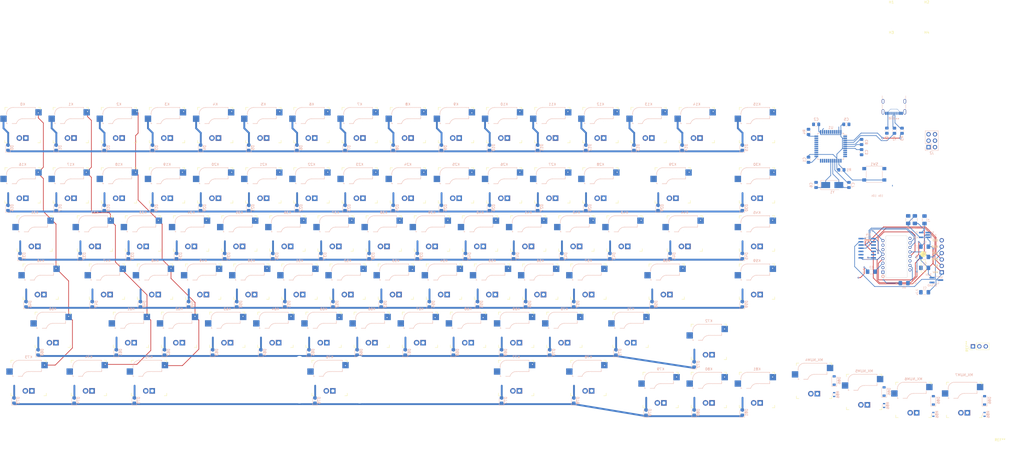
<source format=kicad_pcb>
(kicad_pcb (version 20211014) (generator pcbnew)
  (layers (0 "F.Cu" signal) (31 "B.Cu" signal) (34 "B.Paste" user) (35 "F.Paste" user) (36 "B.SilkS" user "B.Silkscreen") (37 "F.SilkS" user "F.Silkscreen") (38 "B.Mask" user) (39 "F.Mask" user) (44 "Edge.Cuts" user))
  (net 0 "")
  (net 1 "GND")
  (net 2 "VCC")
  (net 3 "Net-(C6-Pad1)")
  (net 4 "Net-(C7-Pad1)")
  (net 5 "Net-(C8-Pad1)")
  (net 6 "Net-(J1-Pad3)")
  (net 7 "Net-(J1-Pad2)")
  (net 8 "Net-(R1-Pad1)")
  (net 9 "Net-(R2-Pad1)")
  (net 10 "Net-(R3-Pad1)")
  (net 11 "Net-(R4-Pad2)")
  (net 12 "Net-(U1-Pad42)")
  (net 13 "/Reset")
  (net 14 "/Row_0")
  (net 15 "/Row_1")
  (net 16 "/Row_2")
  (net 17 "/Row_3")
  (net 18 "/Row_4")
  (net 19 "/Row_5")
  (net 20 "/Row_6")
  (net 21 "/Col_0")
  (net 22 "/Col_1")
  (net 23 "/Col_2")
  (net 24 "/Col_3")
  (net 25 "/Col_4")
  (net 26 "/Col_5")
  (net 27 "/Col_6")
  (net 28 "/Col_7")
  (net 29 "/Col_8")
  (net 30 "/Col_9")
  (net 31 "/Col_10")
  (net 32 "/Col_11")
  (net 33 "/Col_12")
  (net 34 "/Col_13")
  (net 35 "/Col_14")
  (net 36 "/Col_15")
  (net 37 "/Col_16")
  (net 38 "/Col_17")
  (net 39 "Net-(D0-Pad2)")
  (net 40 "Net-(D1-Pad2)")
  (net 41 "Net-(D2-Pad2)")
  (net 42 "Net-(D3-Pad2)")
  (net 43 "Net-(D4-Pad2)")
  (net 44 "Net-(D5-Pad2)")
  (net 45 "Net-(D6-Pad2)")
  (net 46 "Net-(D7-Pad2)")
  (net 47 "Net-(D8-Pad2)")
  (net 48 "Net-(D9-Pad2)")
  (net 49 "Net-(D10-Pad2)")
  (net 50 "Net-(D11-Pad2)")
  (net 51 "Net-(D12-Pad2)")
  (net 52 "Net-(D13-Pad2)")
  (net 53 "Net-(D14-Pad2)")
  (net 54 "Net-(D15-Pad2)")
  (net 55 "Net-(D16-Pad2)")
  (net 56 "Net-(D17-Pad2)")
  (net 57 "Net-(D18-Pad2)")
  (net 58 "Net-(D19-Pad2)")
  (net 59 "Net-(D20-Pad2)")
  (net 60 "Net-(D21-Pad2)")
  (net 61 "Net-(D22-Pad2)")
  (net 62 "Net-(D23-Pad2)")
  (net 63 "Net-(D24-Pad2)")
  (net 64 "Net-(D25-Pad2)")
  (net 65 "Net-(D26-Pad2)")
  (net 66 "Net-(D27-Pad2)")
  (net 67 "Net-(D28-Pad2)")
  (net 68 "Net-(D29-Pad2)")
  (net 69 "Net-(D30-Pad2)")
  (net 70 "Net-(D31-Pad2)")
  (net 71 "Net-(D32-Pad2)")
  (net 72 "Net-(D33-Pad2)")
  (net 73 "Net-(D34-Pad2)")
  (net 74 "Net-(D35-Pad2)")
  (net 75 "Net-(D36-Pad2)")
  (net 76 "Net-(D37-Pad2)")
  (net 77 "Net-(D38-Pad2)")
  (net 78 "Net-(D39-Pad2)")
  (net 79 "Net-(D40-Pad2)")
  (net 80 "Net-(D41-Pad2)")
  (net 81 "Net-(D42-Pad2)")
  (net 82 "Net-(D43-Pad2)")
  (net 83 "Net-(D44-Pad2)")
  (net 84 "Net-(D45-Pad2)")
  (net 85 "Net-(D46-Pad2)")
  (net 86 "Net-(D47-Pad2)")
  (net 87 "Net-(D48-Pad2)")
  (net 88 "Net-(D49-Pad2)")
  (net 89 "Net-(D50-Pad2)")
  (net 90 "Net-(D51-Pad2)")
  (net 91 "Net-(D52-Pad2)")
  (net 92 "Net-(D53-Pad2)")
  (net 93 "Net-(D54-Pad2)")
  (net 94 "Net-(D55-Pad2)")
  (net 95 "Net-(D56-Pad2)")
  (net 96 "Net-(D57-Pad2)")
  (net 97 "Net-(D58-Pad2)")
  (net 98 "Net-(D59-Pad2)")
  (net 99 "Net-(D60-Pad2)")
  (net 100 "Net-(D61-Pad2)")
  (net 101 "Net-(D62-Pad2)")
  (net 102 "Net-(D63-Pad2)")
  (net 103 "Net-(D64-Pad2)")
  (net 104 "Net-(D65-Pad2)")
  (net 105 "Net-(D66-Pad2)")
  (net 106 "Net-(D67-Pad2)")
  (net 107 "Net-(D68-Pad2)")
  (net 108 "Net-(D69-Pad2)")
  (net 109 "Net-(D70-Pad2)")
  (net 110 "Net-(D71-Pad2)")
  (net 111 "Net-(D72-Pad2)")
  (net 112 "Net-(D73-Pad2)")
  (net 113 "Net-(D74-Pad2)")
  (net 114 "Net-(D75-Pad2)")
  (net 115 "Net-(D76-Pad2)")
  (net 116 "Net-(D77-Pad2)")
  (net 117 "Net-(D78-Pad2)")
  (net 118 "Net-(D79-Pad2)")
  (net 119 "Net-(D80-Pad2)")
  (net 120 "Net-(D81-Pad2)")
  (footprint "keyswitches:Kailh_socket_MX_led" (layer "F.Cu") (at 15.8 79.36)
    (fp_text reference "K0")
    (fp_text value "Esc")
  )
  (footprint "MountingHole:MountingHole_3.2mm_M3_DIN965" (layer "F.Cu") (at 373.5 34.5)
    (fp_text reference "H2")
    (fp_text value "MountingHole")
  )
  (footprint "MountingHole:MountingHole_3.2mm_M3_DIN965" (layer "F.Cu") (at 359.5 46.5)
    (fp_text reference "H3")
    (fp_text value "MountingHole")
  )
  (footprint "MountingHole:MountingHole_3.2mm_M3_DIN965" (layer "F.Cu") (at 373.5 46.5)
    (fp_text reference "H4")
    (fp_text value "MountingHole")
  )
  (footprint "MountingHole:MountingHole_3.2mm_M3_DIN965" (layer "F.Cu") (at 359.5 34.5)
    (fp_text reference "H1")
    (fp_text value "MountingHole")
  )
  (footprint "keyswitches:Kailh_socket_MX_led" (layer "F.Cu") (at 139.625 122.2225)
    (fp_text reference "K37")
    (fp_text value "Y")
  )
  (footprint "keyswitches:Kailh_socket_MX_led" (layer "F.Cu") (at 87.2375 141.2725)
    (fp_text reference "K49")
    (fp_text value "D")
  )
  (footprint "keyswitches:Kailh_socket_MX_led" (layer "F.Cu") (at 92 79.36)
    (fp_text reference "K4")
    (fp_text value "F4")
  )
  (footprint "keyswitches:Kailh_socket_MX_led" (layer "F.Cu") (at 72.95 103.1725)
    (fp_text reference "K19")
    (fp_text value "#,3")
  )
  (footprint "keyswitches:Kailh_socket_MX_led" (layer "F.Cu") (at 172.9625 160.3225)
    (fp_text reference "K67")
    (fp_text value "M")
  )
  (footprint "keyswitches:Kailh_socket_MX_led" (layer "F.Cu") (at 306.3125 184.135)
    (fp_text reference "K81")
    (fp_text value "→")
  )
  (footprint "keyswitches:Kailh_socket_MX_led" (layer "F.Cu") (at 111.05 79.36)
    (fp_text reference "K5")
    (fp_text value "F5")
  )
  (footprint "keyswitches:Kailh_socket_MX_led" (layer "F.Cu") (at 115.8125 160.3225)
    (fp_text reference "K64")
    (fp_text value "V")
  )
  (footprint "keyswitches:Kailh_socket_MX_led" (layer "F.Cu") (at 158.675 122.2225)
    (fp_text reference "K38")
    (fp_text value "U")
  )
  (footprint "keyswitches:Kailh_socket_MX_led" (layer "F.Cu") (at 388.2946 188.04)
    (fp_text reference "MX_NUM7")
    (fp_text value "Kailh_socket_MX_led")
  )
  (footprint "keyswitches:Kailh_socket_MX_led" (layer "F.Cu") (at 65.80625 179.3725)
    (fp_text reference "K75")
    (fp_text value "Alt")
  )
  (footprint "keyswitches:Kailh_socket_MX_led" (layer "F.Cu") (at 201.5375 141.2725)
    (fp_text reference "K55")
    (fp_text value "L")
  )
  (footprint "keyswitches:Kailh_socket_MX_led" (layer "F.Cu") (at 153.9125 160.3225)
    (fp_text reference "K66")
    (fp_text value "N")
  )
  (footprint "keyswitches:Kailh_socket_MX_led" (layer "F.Cu") (at 149.15 103.1725)
    (fp_text reference "K23")
    (fp_text value "&,7")
  )
  (footprint "keyswitches:Kailh_socket_MX_led" (layer "F.Cu") (at 82.475 122.2225)
    (fp_text reference "K34")
    (fp_text value "E")
  )
  (footprint "keyswitches:Kailh_socket_MX_led" (layer "F.Cu") (at 177.725 122.2225)
    (fp_text reference "K39")
    (fp_text value "I")
  )
  (footprint "keyswitches:Kailh_socket_MX_led" (layer "F.Cu") (at 168.2 79.36)
    (fp_text reference "K8")
    (fp_text value "F8")
  )
  (footprint "keyswitches:Kailh_socket_MX_led" (layer "F.Cu") (at 306.3125 79.36)
    (fp_text reference "K15")
    (fp_text value "Insert")
  )
  (footprint "keyswitches:Kailh_socket_MX_led" (layer "F.Cu") (at 58.6625 160.3225)
    (fp_text reference "K61")
    (fp_text value "Z")
  )
  (footprint "keyswitches:Kailh_socket_MX_led" (layer "F.Cu") (at 34.85 103.1725)
    (fp_text reference "K17")
    (fp_text value "!,1")
  )
  (footprint "keyswitches:Kailh_socket_MX_led" (layer "F.Cu") (at 125.3375 141.2725)
    (fp_text reference "K51")
    (fp_text value "G")
  )
  (footprint "keyswitches:Kailh_socket_MX_led" (layer "F.Cu") (at 306.3125 122.2225)
    (fp_text reference "K45")
    (fp_text value "PgUp")
  )
  (footprint "Connector_PinHeader_2.54mm:PinHeader_1x03_P2.54mm_Vertical" (layer "F.Cu") (at 391.757011 166.883012 90)
    (fp_text reference "REF**")
    (fp_text value "PinHeader_1x03_P2.54mm_Vertical")
  )
  (footprint "keyswitches:Kailh_socket_MX_led" (layer "F.Cu") (at 187.25 103.1725)
    (fp_text reference "K25")
    (fp_text value "(,9")
  )
  (footprint "keyswitches:Kailh_socket_MX_led" (layer "F.Cu") (at 277.7375 122.2225)
    (fp_text reference "K44")
    (fp_text value "|,\\")
  )
  (footprint "keyswitches:Kailh_socket_MX_led" (layer "F.Cu") (at 220.5875 141.2725)
    (fp_text reference "K56")
    (fp_text value ":,;")
  )
  (footprint "keyswitches:Kailh_socket_MX_led stab" (layer "F.Cu") (at 137.24375 179.3725)
    (fp_text reference "K76")
    (fp_text value "Space")
  )
  (footprint "keyswitches:Kailh_socket_MX_led" (layer "F.Cu") (at 18.18125 179.3725)
    (fp_text reference "K73")
    (fp_text value "Ctrl")
  )
  (footprint "keyswitches:Kailh_socket_MX_led" (layer "F.Cu") (at 68.1875 141.2725)
    (fp_text reference "K48")
    (fp_text value "S")
  )
  (footprint "keyswitches:Kailh_socket_MX_led" (layer "F.Cu") (at 206.3 103.1725)
    (fp_text reference "K26")
    (fp_text value "),0")
  )
  (footprint "keyswitches:Kailh_socket_MX_led" (layer "F.Cu") (at 15.8 103.1725)
    (fp_text reference "K16")
    (fp_text value "~,`")
  )
  (footprint "keyswitches:Kailh_socket_MX_led" (layer "F.Cu") (at 272.975 103.1725)
    (fp_text reference "K29")
    (fp_text value "Backspace")
  )
  (footprint "keyswitches:Kailh_socket_MX_led" (layer "F.Cu") (at 53.9 103.1725)
    (fp_text reference "K18")
    (fp_text value "@,2")
  )
  (footprint "keyswitches:Kailh_socket_MX_led" (layer "F.Cu") (at 268.2125 184.135)
    (fp_text reference "K79")
    (fp_text value "←")
  )
  (footprint "keyswitches:Kailh_socket_MX_led" (layer "F.Cu") (at 22.94375 141.2725)
    (fp_text reference "K46")
    (fp_text value "Caps Lock")
  )
  (footprint "keyswitches:Kailh_socket_MX_led" (layer "F.Cu") (at 106.2875 141.2725)
    (fp_text reference "K50")
    (fp_text value "F")
  )
  (footprint "keyswitches:Kailh_socket_MX_led" (layer "F.Cu") (at 20.5625 122.2225)
    (fp_text reference "K31")
    (fp_text value "Tab")
  )
  (footprint "keyswitches:Kailh_socket_MX_led" (layer "F.Cu") (at 270.59375 141.2725)
    (fp_text reference "K58")
    (fp_text value "Enter")
  )
  (footprint "keyswitches:Kailh_socket_MX_led" (layer "F.Cu") (at 149.15 79.36)
    (fp_text reference "K7")
    (fp_text value "F7")
  )
  (footprint "keyswitches:Kailh_socket_MX_led" (layer "F.Cu") (at 27.70625 160.3225)
    (fp_text reference "K60")
    (fp_text value "Shift")
  )
  (footprint "keyswitches:Kailh_socket_MX_led" (layer "F.Cu") (at 215.825 122.2225)
    (fp_text reference "K41")
    (fp_text value "P")
  )
  (footprint "keyswitches:Kailh_socket_MX_led" (layer "F.Cu") (at 211.0625 160.3225)
    (fp_text reference "K69")
    (fp_text value ">,.")
  )
  (footprint "keyswitches:Kailh_socket_MX_led" (layer "F.Cu") (at 225.35 79.36)
    (fp_text reference "K11")
    (fp_text value "F11")
  )
  (footprint "keyswitches:Kailh_socket_MX_led" (layer "F.Cu") (at 96.7625 160.3225)
    (fp_text reference "K63")
    (fp_text value "C")
  )
  (footprint "keyswitches:Kailh_socket_MX_led" (layer "F.Cu") (at 130.1 79.36)
    (fp_text reference "K6")
    (fp_text value "F6")
  )
  (footprint "keyswitches:Kailh_socket_MX_led" (layer "F.Cu") (at 34.85 79.36)
    (fp_text reference "K1")
    (fp_text value "F1")
  )
  (footprint "keyswitches:Kailh_socket_MX_led" (layer "F.Cu") (at 168.2 103.1725)
    (fp_text reference "K24")
    (fp_text value "*,8")
  )
  (footprint "keyswitches:Kailh_socket_MX_led" (layer "F.Cu") (at 328.9346 180.5)
    (fp_text reference "MX_NUM4")
    (fp_text value "Kailh_socket_MX_led")
  )
  (footprint "keyswitches:Kailh_socket_MX_led" (layer "F.Cu") (at 72.95 79.36)
    (fp_text reference "K3")
    (fp_text value "F3")
  )
  (footprint "keyswitches:Kailh_socket_MX_led" (layer "F.Cu") (at 263.45 79.36)
    (fp_text reference "K13")
    (fp_text value "Home")
  )
  (footprint "keyswitches:Kailh_socket_MX_led" (layer "F.Cu") (at 282.5 79.36)
    (fp_text reference "K14")
    (fp_text value "End")
  )
  (footprint "keyswitches:Kailh_socket_MX_led" (layer "F.Cu") (at 101.525 122.2225)
    (fp_text reference "K35")
    (fp_text value "R")
  )
  (footprint "keyswitches:Kailh_socket_MX_led" (layer "F.Cu") (at 63.425 122.2225)
    (fp_text reference "K33")
    (fp_text value "W")
  )
  (footprint "keyswitches:Kailh_socket_MX_led" (layer "F.Cu") (at 92 103.1725)
    (fp_text reference "K20")
    (fp_text value "$,4")
  )
  (footprint "keyswitches:Kailh_socket_MX_led" (layer "F.Cu") (at 211.0625 179.3725)
    (fp_text reference "K77")
    (fp_text value "Alt")
  )
  (footprint "keyswitches:Kailh_socket_MX_led" (layer "F.Cu") (at 49.1375 141.2725)
    (fp_text reference "K47")
    (fp_text value "A")
  )
  (footprint "keyswitches:Kailh_socket_MX_led" (layer "F.Cu") (at 53.9 79.36)
    (fp_text reference "K2")
    (fp_text value "F2")
  )
  (footprint "keyswitches:Kailh_socket_MX_led" (layer "F.Cu") (at 77.7125 160.3225)
    (fp_text reference "K62")
    (fp_text value "X")
  )
  (footprint "keyswitches:Kailh_socket_MX_led" (layer "F.Cu") (at 192.0125 160.3225)
    (fp_text reference "K68")
    (fp_text value "<,,")
  )
  (footprint "keyswitches:Kailh_socket_MX_led" (layer "F.Cu") (at 348.73 184.8946)
    (fp_text reference "MX_NUM5")
    (fp_text value "Kailh_socket_MX_led")
  )
  (footprint "keyswitches:Kailh_socket_MX_led" (layer "F.Cu") (at 44.375 122.2225)
    (fp_text reference "K32")
    (fp_text value "Q")
  )
  (footprint "keyswitches:Kailh_socket_MX_led" (layer "F.Cu") (at 287.2625 184.135)
    (fp_text reference "K80")
    (fp_text value "↓")
  )
  (footprint "keyswitches:Kailh_socket_MX_led" (layer "F.Cu") (at 41.99375 179.3725)
    (fp_text reference "K74")
    (fp_text value "Win")
  )
  (footprint "Connector_PinHeader_2.54mm:PinHeader_1x06_P2.54mm_Vertical" (layer "F.Cu") (at 379.409 124.902)
    (fp_text reference "J1" hide)
    (fp_text value "Conn_01x06_Female")
  )
  (footprint "keyswitches:Kailh_socket_MX_led" (layer "F.Cu") (at 244.4 79.36)
    (fp_text reference "K12")
    (fp_text value "F12")
  )
  (footprint "keyswitches:Kailh_socket_MX_led" (layer "F.Cu") (at 287.2625 165.085)
    (fp_text reference "K72")
    (fp_text value "↑")
  )
  (footprint "keyswitches:Kailh_socket_MX_led" (layer "F.Cu") (at 225.35 103.1725)
    (fp_text reference "K27")
    (fp_text value "_,-")
  )
  (footprint "keyswitches:Kailh_socket_MX_led" (layer "F.Cu") (at 253.925 122.2225)
    (fp_text reference "K43")
    (fp_text value "},]")
  )
  (footprint "keyswitches:Kailh_socket_MX_led" (layer "F.Cu") (at 230.1125 160.3225)
    (fp_text reference "K70")
    (fp_text value "?,/")
  )
  (footprint "keyswitches:Kailh_socket_MX_led" (layer "F.Cu") (at 256.30625 160.3225)
    (fp_text reference "K71")
    (fp_text value "Shift")
  )
  (footprint "MountingHole:MountingHole_3.2mm_M3" (layer "F.Cu") (at 402.4775 208.0825)
    (fp_text reference "REF**")
    (fp_text value "MountingHole_3.2mm_M3")
  )
  (footprint "keyswitches:Kailh_socket_MX_led" (layer "F.Cu") (at 196.775 122.2225)
    (fp_text reference "K40")
    (fp_text value "O")
  )
  (footprint "keyswitches:Kailh_socket_MX_led" (layer "F.Cu") (at 239.6375 141.2725)
    (fp_text reference "K57")
    (fp_text value "\",'")
  )
  (footprint "keyswitches:Kailh_socket_MX_led" (layer "F.Cu") (at 134.8625 160.3225)
    (fp_text reference "K65")
    (fp_text value "B")
  )
  (footprint "keyswitches:Kailh_socket_MX_led" (layer "F.Cu") (at 239.6375 179.3725)
    (fp_text reference "K78")
    (fp_text value "Ctrl")
  )
  (footprint "keyswitches:Kailh_socket_MX_led" (layer "F.Cu") (at 368.23 188.04)
    (fp_text reference "MX_NUM6")
    (fp_text value "Kailh_socket_MX_led")
  )
  (footprint "keyswitches:Kailh_socket_MX_led" (layer "F.Cu") (at 234.875 122.2225)
    (fp_text reference "K42")
    (fp_text value "{,[")
  )
  (footprint "keyswitches:Kailh_socket_MX_led" (layer "F.Cu") (at 206.3 79.36)
    (fp_text reference "K10")
    (fp_text value "F10")
  )
  (footprint "keyswitches:Kailh_socket_MX_led" (layer "F.Cu") (at 144.3875 141.2725)
    (fp_text reference "K52")
    (fp_text value "H")
  )
  (footprint "keyswitches:Kailh_socket_MX_led" (layer "F.Cu") (at 187.25 79.36)
    (fp_text reference "K9")
    (fp_text value "F9")
  )
  (footprint "keyswitches:Kailh_socket_MX_led" (layer "F.Cu") (at 163.4375 141.2725)
    (fp_text reference "K53")
    (fp_text value "J")
  )
  (footprint "keyswitches:Kailh_socket_MX_led" (layer "F.Cu") (at 130.1 103.1725)
    (fp_text reference "K22")
    (fp_text value "^,6")
  )
  (footprint "keyswitches:Kailh_socket_MX_led" (layer "F.Cu") (at 306.3125 141.2725)
    (fp_text reference "K59")
    (fp_text value "PgDn")
  )
  (footprint "keyswitches:Kailh_socket_MX_led" (layer "F.Cu") (at 182.4875 141.2725)
    (fp_text reference "K54")
    (fp_text value "K")
  )
  (footprint "keyswitches:Kailh_socket_MX_led" (layer "F.Cu") (at 244.4 103.1725)
    (fp_text reference "K28")
    (fp_text value "+,=")
  )
  (footprint "keyswitches:Kailh_socket_MX_led" (layer "F.Cu") (at 120.575 122.2225)
    (fp_text reference "K36")
    (fp_text value "T")
  )
  (footprint "keyswitches:Kailh_socket_MX_led" (layer "F.Cu") (at 306.3125 103.1725)
    (fp_text reference "K30")
    (fp_text value "Delete")
  )
  (footprint "keyswitches:Kailh_socket_MX_led" (layer "F.Cu") (at 111.05 103.1725)
    (fp_text reference "K21")
    (fp_text value "%,5")
  )
  (footprint "Diode_SMD:D_0805_2012Metric_Pad1.15x1.40mm_HandSolder" (layer "B.Cu") (at 10 88.25 90)
    (fp_text reference "D0")
    (fp_text value "D")
  )
  (footprint "Capacitor_SMD:C_0805_2012Metric_Pad1.15x1.40mm_HandSolder" (layer "B.Cu") (at 326.7 93.05 -90)
    (fp_text reference "C1")
    (fp_text value "0.1u")
  )
  (footprint "Capacitor_SMD:C_0805_2012Metric_Pad1.15x1.40mm_HandSolder" (layer "B.Cu") (at 329.725 79.05 180)
    (fp_text reference "C2")
    (fp_text value "0.1u")
  )
  (footprint "Capacitor_SMD:C_0805_2012Metric_Pad1.15x1.40mm_HandSolder" (layer "B.Cu") (at 347.7 90.05 -90)
    (fp_text reference "C3")
    (fp_text value "0.1u")
  )
  (footprint "Capacitor_SMD:C_0805_2012Metric_Pad1.15x1.40mm_HandSolder" (layer "B.Cu") (at 357.7 81.55 -90)
    (fp_text reference "C4")
    (fp_text value "0.1u")
  )
  (footprint "Capacitor_SMD:C_0805_2012Metric_Pad1.15x1.40mm_HandSolder" (layer "B.Cu") (at 341.675 79.05)
    (fp_text reference "C5")
    (fp_text value "4.7u")
  )
  (footprint "Capacitor_SMD:C_0805_2012Metric_Pad1.15x1.40mm_HandSolder" (layer "B.Cu") (at 329.7 103.025 90)
    (fp_text reference "C6")
    (fp_text value "22p")
  )
  (footprint "Capacitor_SMD:C_0805_2012Metric_Pad1.15x1.40mm_HandSolder" (layer "B.Cu") (at 342.7 103.025 90)
    (fp_text reference "C7")
    (fp_text value "22p")
  )
  (footprint "Capacitor_SMD:C_0805_2012Metric_Pad1.15x1.40mm_HandSolder" (layer "B.Cu") (at 347.7 86.025 90)
    (fp_text reference "C8")
    (fp_text value "1u")
  )
  (footprint "Resistor_SMD:R_0805_2012Metric_Pad1.15x1.40mm_HandSolder" (layer "B.Cu") (at 339.725 97.05 180)
    (fp_text reference "R1")
    (fp_text value "10k")
  )
  (footprint "Resistor_SMD:R_0805_2012Metric_Pad1.15x1.40mm_HandSolder" (layer "B.Cu") (at 360.7 81.575 90)
    (fp_text reference "R2")
    (fp_text value "22R")
  )
  (footprint "Resistor_SMD:R_0805_2012Metric_Pad1.15x1.40mm_HandSolder" (layer "B.Cu") (at 363.7 81.575 90)
    (fp_text reference "R3")
    (fp_text value "22R")
  )
  (footprint "Resistor_SMD:R_0805_2012Metric_Pad1.15x1.40mm_HandSolder" (layer "B.Cu") (at 326.7 82.025 -90)
    (fp_text reference "R4")
    (fp_text value "10k")
  )
  (footprint "Button_Switch_SMD:SW_Push_1P1T_NO_6x6mm_H9.5mm" (layer "B.Cu") (at 352.725 98.8 180)
    (fp_text reference "SW1")
    (fp_text value "SW_Push")
  )
  (footprint "Crystal:Crystal_SMD_5032-2Pin_5.0x3.2mm_HandSoldering" (layer "B.Cu") (at 336.1 103.05)
    (fp_text reference "Y1")
    (fp_text value "Crystal")
  )
  (footprint "Package_QFP:TQFP-44_10x10mm_P0.8mm" (layer "B.Cu") (at 335.5 87.75 180)
    (fp_text reference "U1")
    (fp_text value "ATmega32U4-AU")
  )
  (footprint "Connector_PinHeader_2.54mm:PinHeader_2x03_P2.54mm_Vertical" (layer "B.Cu") (at 374.2 88.05)
    (fp_text reference "J2")
    (fp_text value "Conn_02x03_Odd_Even")
  )
  (footprint "Diode_SMD:D_0805_2012Metric_Pad1.15x1.40mm_HandSolder" (layer "B.Cu") (at 219.55 88.25 90)
    (fp_text reference "D11")
    (fp_text value "D")
  )
  (footprint "Diode_SMD:D_0805_2012Metric_Pad1.15x1.40mm_HandSolder" (layer "B.Cu") (at 219.55 112.0625 90)
    (fp_text reference "D27")
    (fp_text value "D")
  )
  (footprint "Diode_SMD:D_0805_2012Metric_Pad1.15x1.40mm_HandSolder" (layer "B.Cu") (at 29.05 112.0625 90)
    (fp_text reference "D17")
    (fp_text value "D")
  )
  (footprint "Diode_SMD:D_0805_2012Metric_Pad1.15x1.40mm_HandSolder" (layer "B.Cu") (at 10 112.0625 90)
    (fp_text reference "D16")
    (fp_text value "D")
  )
  (footprint "Capacitor_SMD:C_1206_3216Metric_Pad1.42x1.75mm_HandSolder" (layer "B.Cu") (at 372.584 116.802 90)
    (fp_text reference "C5")
    (fp_text value "1uF")
  )
  (footprint "Diode_SMD:D_0805_2012Metric_Pad1.15x1.40mm_HandSolder" (layer "B.Cu") (at 57.625 131.1125 90)
    (fp_text reference "D33")
    (fp_text value "D")
  )
  (footprint "local:DIP-16_W10.16mm" (layer "B.Cu") (at 357.245 139.04)
    (fp_text reference "U2" hide)
    (fp_text value "PMW3360DM-T2QU")
  )
  (footprint "Resistors_SMD:R_0603" (layer "B.Cu") (at 376.095 193.79 90)
    (fp_text reference "R86")
    (fp_text value "1k")
  )
  (footprint "Diode_SMD:D_0805_2012Metric_Pad1.15x1.40mm_HandSolder" (layer "B.Cu") (at 86.2 112.0625 90)
    (fp_text reference "D20")
    (fp_text value "D")
  )
  (footprint "Capacitor_SMD:C_1206_3216Metric_Pad1.42x1.75mm_HandSolder" (layer "B.Cu") (at 351.562 137.338 180)
    (fp_text reference "C3")
    (fp_text value "4.7uF")
  )
  (footprint "Diode_SMD:D_0805_2012Metric_Pad1.15x1.40mm_HandSolder" (layer "B.Cu") (at 167.1625 169.2125 90)
    (fp_text reference "D67")
    (fp_text value "D")
  )
  (footprint "Diode_SMD:D_0805_2012Metric_Pad1.15x1.40mm_HandSolder" (layer "B.Cu") (at 281.4625 173.975 90)
    (fp_text reference "D72")
    (fp_text value "D")
  )
  (footprint "Diode_SMD:D_0805_2012Metric_Pad1.15x1.40mm_HandSolder" (layer "B.Cu") (at 67.15 112.0625 90)
    (fp_text reference "D19")
    (fp_text value "D")
  )
  (footprint "Diode_SMD:D_0805_2012Metric_Pad1.15x1.40mm_HandSolder" (layer "B.Cu") (at 29.05 88.25 90)
    (fp_text reference "D1")
    (fp_text value "D")
  )
  (footprint "Resistors_SMD:R_0603" (layer "B.Cu") (at 356.6025 190.2846 90)
    (fp_text reference "R86")
    (fp_text value "1k")
  )
  (footprint "Diode_SMD:D_0805_2012Metric_Pad1.15x1.40mm_HandSolder" (layer "B.Cu") (at 81.4375 150.1625 90)
    (fp_text reference "D49")
    (fp_text value "D")
  )
  (footprint "Diode_SMD:D_0805_2012Metric_Pad1.15x1.40mm_HandSolder" (layer "B.Cu") (at 48.1 88.25 90)
    (fp_text reference "D2")
    (fp_text value "D")
  )
  (footprint "Diode_SMD:D_0805_2012Metric_Pad1.15x1.40mm_HandSolder" (layer "B.Cu") (at 214.7875 150.1625 90)
    (fp_text reference "D56")
    (fp_text value "D")
  )
  (footprint "Diode_SMD:D_0805_2012Metric_Pad1.15x1.40mm_HandSolder" (layer "B.Cu") (at 176.6875 150.1625 90)
    (fp_text reference "D54")
    (fp_text value "D")
  )
  (footprint "Diode_SMD:D_0805_2012Metric_Pad1.15x1.40mm_HandSolder" (layer "B.Cu") (at 76.675 131.1125 90)
    (fp_text reference "D34")
    (fp_text value "D")
  )
  (footprint "Diode_SMD:D_0805_2012Metric_Pad1.15x1.40mm_HandSolder" (layer "B.Cu") (at 229.075 131.1125 90)
    (fp_text reference "D42")
    (fp_text value "D")
  )
  (footprint "Diode_SMD:D_0805_2012Metric_Pad1.15x1.40mm_HandSolder" (layer "B.Cu") (at 105.25 112.0625 90)
    (fp_text reference "D21")
    (fp_text value "D")
  )
  (footprint "Diodes_SMD:D_SOD-123" (layer "B.Cu") (at 376.095 188.23375 90)
    (fp_text reference "D86")
    (fp_text value "SOD-323")
  )
  (footprint "Diode_SMD:D_0805_2012Metric_Pad1.15x1.40mm_HandSolder" (layer "B.Cu") (at 271.9375 131.1125 90)
    (fp_text reference "D44")
    (fp_text value "D")
  )
  (footprint "Resistors_SMD:R_0603" (layer "B.Cu") (at 336.8571 185.94625 90)
    (fp_text reference "R86")
    (fp_text value "1k")
  )
  (footprint "Resistor_SMD:R_1206_3216Metric_Pad1.42x1.75mm_HandSolder" (layer "B.Cu") (at 366.134 116.752 90)
    (fp_text reference "R2")
    (fp_text value "10k")
  )
  (footprint "Diode_SMD:D_0805_2012Metric_Pad1.15x1.40mm_HandSolder" (layer "B.Cu") (at 200.5 112.0625 90)
    (fp_text reference "D26")
    (fp_text value "D")
  )
  (footprint "Diode_SMD:D_0805_2012Metric_Pad1.15x1.40mm_HandSolder" (layer "B.Cu") (at 300.5125 193.025 90)
    (fp_text reference "D81")
    (fp_text value "D")
  )
  (footprint "Diode_SMD:D_0805_2012Metric_Pad1.15x1.40mm_HandSolder" (layer "B.Cu") (at 105.25 88.25 90)
    (fp_text reference "D5")
    (fp_text value "D")
  )
  (footprint "Diode_SMD:D_0805_2012Metric_Pad1.15x1.40mm_HandSolder" (layer "B.Cu") (at 124.3 112.0625 90)
    (fp_text reference "D22")
    (fp_text value "D")
  )
  (footprint "Diode_SMD:D_0805_2012Metric_Pad1.15x1.40mm_HandSolder" (layer "B.Cu") (at 138.5875 150.1625 90)
    (fp_text reference "D52")
    (fp_text value "D")
  )
  (footprint "Diode_SMD:D_0805_2012Metric_Pad1.15x1.40mm_HandSolder" (layer "B.Cu") (at 200.5 88.25 90)
    (fp_text reference "D10")
    (fp_text value "D")
  )
  (footprint "Diode_SMD:D_0805_2012Metric_Pad1.15x1.40mm_HandSolder" (layer "B.Cu") (at 205.2625 188.2625 90)
    (fp_text reference "D77")
    (fp_text value "D")
  )
  (footprint "Diode_SMD:D_0805_2012Metric_Pad1.15x1.40mm_HandSolder" (layer "B.Cu") (at 14.7625 131.1125 90)
    (fp_text reference "D31")
    (fp_text value "D")
  )
  (footprint "Diode_SMD:D_0805_2012Metric_Pad1.15x1.40mm_HandSolder" (layer "B.Cu") (at 300.5125 112.0625 90)
    (fp_text reference "D30")
    (fp_text value "D")
  )
  (footprint "Diode_SMD:D_0805_2012Metric_Pad1.15x1.40mm_HandSolder" (layer "B.Cu") (at 300.5125 88.25 90)
    (fp_text reference "D15")
    (fp_text value "D")
  )
  (footprint "Diode_SMD:D_0805_2012Metric_Pad1.15x1.40mm_HandSolder" (layer "B.Cu") (at 60.00625 188.2625 90)
    (fp_text reference "D75")
    (fp_text value "D")
  )
  (footprint "Diode_SMD:D_0805_2012Metric_Pad1.15x1.40mm_HandSolder" (layer "B.Cu") (at 276.7 88.25 90)
    (fp_text reference "D14")
    (fp_text value "D")
  )
  (footprint "Resistor_SMD:R_1206_3216Metric_Pad1.42x1.75mm_HandSolder" (layer "B.Cu") (at 364.534 141.852)
    (fp_text reference "R4")
    (fp_text value "39")
  )
  (footprint "Diode_SMD:D_0805_2012Metric_Pad1.15x1.40mm_HandSolder" (layer "B.Cu") (at 250.50625 169.2125 90)
    (fp_text reference "D71")
    (fp_text value "D")
  )
  (footprint "Diode_SMD:D_0805_2012Metric_Pad1.15x1.40mm_HandSolder" (layer "B.Cu") (at 12.38125 188.2625 90)
    (fp_text reference "D73")
    (fp_text value "D")
  )
  (footprint "Diode_SMD:D_0805_2012Metric_Pad1.15x1.40mm_HandSolder" (layer "B.Cu") (at 95.725 131.1125 90)
    (fp_text reference "D35")
    (fp_text value "D")
  )
  (footprint "Diode_SMD:D_0805_2012Metric_Pad1.15x1.40mm_HandSolder" (layer "B.Cu") (at 17.14375 150.1625 90)
    (fp_text reference "D46")
    (fp_text value "D")
  )
  (footprint "Diode_SMD:D_0805_2012Metric_Pad1.15x1.40mm_HandSolder" (layer "B.Cu") (at 195.7375 150.1625 90)
    (fp_text reference "D55")
    (fp_text value "D")
  )
  (footprint "Diode_SMD:D_0805_2012Metric_Pad1.15x1.40mm_HandSolder" (layer "B.Cu") (at 152.875 131.1125 90)
    (fp_text reference "D38")
    (fp_text value "D")
  )
  (footprint "Diode_SMD:D_0805_2012Metric_Pad1.15x1.40mm_HandSolder" (layer "B.Cu") (at 67.15 88.25 90)
    (fp_text reference "D3")
    (fp_text value "D")
  )
  (footprint "Diode_SMD:D_0805_2012Metric_Pad1.15x1.40mm_HandSolder" (layer "B.Cu") (at 157.6375 150.1625 90)
    (fp_text reference "D53")
    (fp_text value "D")
  )
  (footprint "Diode_SMD:D_0805_2012Metric_Pad1.15x1.40mm_HandSolder" (layer "B.Cu") (at 100.4875 150.1625 90)
    (fp_text reference "D50")
    (fp_text value "D")
  )
  (footprint "Diode_SMD:D_0805_2012Metric_Pad1.15x1.40mm_HandSolder" (layer "B.Cu") (at 238.6 88.25 90)
    (fp_text reference "D12")
    (fp_text value "D")
  )
  (footprint "Diode_SMD:D_0805_2012Metric_Pad1.15x1.40mm_HandSolder" (layer "B.Cu") (at 262.4125 193.025 90)
    (fp_text reference "D79")
    (fp_text value "D")
  )
  (footprint "Capacitor_SMD:C_1206_3216Metric_Pad1.42x1.75mm_HandSolder" (layer "B.Cu") (at 372.644 135.814 180)
    (fp_text reference "C2")
    (fp_text value "10uF")
  )
  (footprint "Diode_SMD:D_0805_2012Metric_Pad1.15x1.40mm_HandSolder" (layer "B.Cu") (at 148.1125 169.2125 90)
    (fp_text reference "D66")
    (fp_text value "D")
  )
  (footprint "Diode_SMD:D_0805_2012Metric_Pad1.15x1.40mm_HandSolder" (layer "B.Cu") (at 205.2625 169.2125 90)
    (fp_text reference "D69")
    (fp_text value "D")
  )
  (footprint "Diode_SMD:D_0805_2012Metric_Pad1.15x1.40mm_HandSolder" (layer "B.Cu") (at 114.775 131.1125 90)
    (fp_text reference "D36")
    (fp_text value "D")
  )
  (footprint "Diode_SMD:D_0805_2012Metric_Pad1.15x1.40mm_HandSolder" (layer "B.Cu") (at 257.65 88.25 90)
    (fp_text reference "D13")
    (fp_text value "D")
  )
  (footprint "Diode_SMD:D_0805_2012Metric_Pad1.15x1.40mm_HandSolder" (layer "B.Cu") (at 119.5375 150.1625 90)
    (fp_text reference "D51")
    (fp_text value "D")
  )
  (footprint "Diode_SMD:D_0805_2012Metric_Pad1.15x1.40mm_HandSolder" (layer "B.Cu") (at 233.8375 188.2625 90)
    (fp_text reference "D78")
    (fp_text value "D")
  )
  (footprint "Diode_SMD:D_0805_2012Metric_Pad1.15x1.40mm_HandSolder" (layer "B.Cu") (at 90.9625 169.2125 90)
    (fp_text reference "D63")
    (fp_text value "D")
  )
  (footprint "Diode_SMD:D_0805_2012Metric_Pad1.15x1.40mm_HandSolder" (layer "B.Cu") (at 162.4 88.25 90)
    (fp_text reference "D8")
    (fp_text value "D")
  )
  (footprint "Diode_SMD:D_0805_2012Metric_Pad1.15x1.40mm_HandSolder" (layer "B.Cu") (at 124.3 88.25 90)
    (fp_text reference "D6")
    (fp_text value "D")
  )
  (footprint "Package_TO_SOT_SMD:TSOT-23_HandSoldering" (layer "B.Cu") (at 377.284 140.652)
    (fp_text reference "U1")
    (fp_text value "XC6206P332MR")
  )
  (footprint "Diode_SMD:D_0805_2012Metric_Pad1.15x1.40mm_HandSolder" (layer "B.Cu") (at 300.5125 150.1625 90)
    (fp_text reference "D59")
    (fp_text value "D")
  )
  (footprint "Diode_SMD:D_0805_2012Metric_Pad1.15x1.40mm_HandSolder" (layer "B.Cu") (at 186.2125 169.2125 90)
    (fp_text reference "D68")
    (fp_text value "D")
  )
  (footprint "Diode_SMD:D_0805_2012Metric_Pad1.15x1.40mm_HandSolder" (layer "B.Cu") (at 71.9125 169.2125 90)
    (fp_text reference "D62")
    (fp_text value "D")
  )
  (footprint "Diode_SMD:D_0805_2012Metric_Pad1.15x1.40mm_HandSolder" (layer "B.Cu") (at 133.825 131.1125 90)
    (fp_text reference "D37")
    (fp_text value "D")
  )
  (footprint "Diode_SMD:D_0805_2012Metric_Pad1.15x1.40mm_HandSolder" (layer "B.Cu") (at 248.125 131.1125 90)
    (fp_text reference "D43")
    (fp_text value "D")
  )
  (footprint "local:SOIC127P600X175-14N" (layer "B.Cu") (at 349.934 128.052 180)
    (fp_text reference "U4")
    (fp_text value "TXS0104EDR")
  )
  (footprint "Diode_SMD:D_0805_2012Metric_Pad1.15x1.40mm_HandSolder" (layer "B.Cu") (at 52.8625 169.2125 90)
    (fp_text reference "D61")
    (fp_text value "D")
  )
  (footprint "Diode_SMD:D_0805_2012Metric_Pad1.15x1.40mm_HandSolder" (layer "B.Cu") (at 238.6 112.0625 90)
    (fp_text reference "D28")
    (fp_text value "D")
  )
  (footprint "Diode_SMD:D_0805_2012Metric_Pad1.15x1.40mm_HandSolder" (layer "B.Cu") (at 38.575 131.1125 90)
    (fp_text reference "D32")
    (fp_text value "D")
  )
  (footprint "Diode_SMD:D_0805_2012Metric_Pad1.15x1.40mm_HandSolder" (layer "B.Cu") (at 224.3125 169.2125 90)
    (fp_text reference "D70")
    (fp_text value "D")
  )
  (footprint "Diode_SMD:D_0805_2012Metric_Pad1.15x1.40mm_HandSolder" (layer "B.Cu") (at 190.975 131.1125 90)
    (fp_text reference "D40")
    (fp_text value "D")
  )
  (footprint "Diode_SMD:D_0805_2012Metric_Pad1.15x1.40mm_HandSolder" (layer "B.Cu") (at 210.025 131.1125 90)
    (fp_text reference "D41")
    (fp_text value "D")
  )
  (footprint "Diode_SMD:D_0805_2012Metric_Pad1.15x1.40mm_HandSolder" (layer "B.Cu") (at 143.35 112.0625 90)
    (fp_text reference "D23")
    (fp_text value "D")
  )
  (footprint "Diode_SMD:D_0805_2012Metric_Pad1.15x1.40mm_HandSolder" (layer "B.Cu") (at 43.3375 150.1625 90)
    (fp_text reference "D47")
    (fp_text value "D")
  )
  (footprint "Diode_SMD:D_0805_2012Metric_Pad1.15x1.40mm_HandSolder" (layer "B.Cu") (at 264.79375 150.1625 90)
    (fp_text reference "D58")
    (fp_text value "D")
  )
  (footprint "Capacitor_SMD:C_1206_3216Metric_Pad1.42x1.75mm_HandSolder" (layer "B.Cu") (at 372.644 145.466 180)
    (fp_text reference "C1")
    (fp_text value "2.2uF")
  )
  (footprint "Diode_SMD:D_0805_2012Metric_Pad1.15x1.40mm_HandSolder" (layer "B.Cu") (at 267.175 112.0625 90)
    (fp_text reference "D29")
    (fp_text value "D")
  )
  (footprint "Diode_SMD:D_0805_2012Metric_Pad1.15x1.40mm_HandSolder" (layer "B.Cu") (at 143.35 88.25 90)
    (fp_text reference "D7")
    (fp_text value "D")
  )
  (footprint "Resistor_SMD:R_1206_3216Metric_Pad1.42x1.75mm_HandSolder" (layer "B.Cu") (at 368.784 116.752 -90)
    (fp_text reference "R3")
    (fp_text value "15k")
  )
  (footprint "Capacitor_SMD:C_1206_3216Metric_Pad1.42x1.75mm_HandSolder" (layer "B.Cu") (at 372.644 127.432 180)
    (fp_text reference "C4")
    (fp_text value "1uF")
  )
  (footprint "Resistor_SMD:R_1206_3216Metric_Pad1.42x1.75mm_HandSolder" (layer "B.Cu") (at 372.644 131.496)
    (fp_text reference "R1")
    (fp_text value "10k")
  )
  (footprint "local:AP7331" (layer "B.Cu") (at 372.584 122.802 180)
    (fp_text reference "IC1")
    (fp_text value "AP7335-WG-7" hide)
  )
  (footprint "Diode_SMD:D_0805_2012Metric_Pad1.15x1.40mm_HandSolder" (layer "B.Cu") (at 181.45 112.0625 90)
    (fp_text reference "D25")
    (fp_text value "D")
  )
  (footprint "Diode_SMD:D_0805_2012Metric_Pad1.15x1.40mm_HandSolder" (layer "B.Cu") (at 233.8375 150.1625 90)
    (fp_text reference "D57")
    (fp_text value "D")
  )
  (footprint "Diodes_SMD:D_SOD-123" (layer "B.Cu") (at 396.3596 188.23375 90)
    (fp_text reference "D86")
    (fp_text value "SOD-323")
  )
  (footprint "Diode_SMD:D_0805_2012Metric_Pad1.15x1.40mm_HandSolder" (layer "B.Cu") (at 36.19375 188.2625 90)
    (fp_text reference "D74")
    (fp_text value "D")
  )
  (footprint "Diode_SMD:D_0805_2012Metric_Pad1.15x1.40mm_HandSolder" (layer "B.Cu") (at 181.45 88.25 90)
    (fp_text reference "D9")
    (fp_text value "D")
  )
  (footprint "Diode_SMD:D_0805_2012Metric_Pad1.15x1.40mm_HandSolder" (layer "B.Cu") (at 171.925 131.1125 90)
    (fp_text reference "D39")
    (fp_text value "D")
  )
  (footprint "Diode_SMD:D_0805_2012Metric_Pad1.15x1.40mm_HandSolder" (layer "B.Cu") (at 21.90625 169.2125 90)
    (fp_text reference "D60")
    (fp_text value "D")
  )
  (footprint "Diode_SMD:D_0805_2012Metric_Pad1.15x1.40mm_HandSolder" (layer "B.Cu") (at 131.44375 188.2625 90)
    (fp_text reference "D76")
    (fp_text value "D")
  )
  (footprint "Diode_SMD:D_0805_2012Metric_Pad1.15x1.40mm_HandSolder" (layer "B.Cu") (at 281.4625 193.025 90)
    (fp_text reference "D80")
    (fp_text value "D")
  )
  (footprint "Diode_SMD:D_0805_2012Metric_Pad1.15x1.40mm_HandSolder" (layer "B.Cu") (at 110.0125 169.2125 90)
    (fp_text reference "D64")
    (fp_text value "D")
  )
  (footprint "Diode_SMD:D_0805_2012Metric_Pad1.15x1.40mm_HandSolder" (layer "B.Cu") (at 48.1 112.0625 90)
    (fp_text reference "D18")
    (fp_text value "D")
  )
  (footprint "Resistors_SMD:R_0603" (layer "B.Cu") (at 396.3596 193.79 90)
    (fp_text reference "R86")
    (fp_text value "1k")
  )
  (footprint "Diode_SMD:D_0805_2012Metric_Pad1.15x1.40mm_HandSolder" (layer "B.Cu") (at 62.3875 150.1625 90)
    (fp_text reference "D48")
    (fp_text value "D")
  )
  (footprint "Diodes_SMD:D_SOD-123" (layer "B.Cu") (at 356.6025 184.72835 90)
    (fp_text reference "D86")
    (fp_text value "SOD-323")
  )
  (footprint "Diode_SMD:D_0805_2012Metric_Pad1.15x1.40mm_HandSolder" (layer "B.Cu") (at 162.4 112.0625 90)
    (fp_text reference "D24")
    (fp_text value "D")
  )
  (footprint "Diode_SMD:D_0805_2012Metric_Pad1.15x1.40mm_HandSolder" (layer "B.Cu") (at 129.0625 169.2125 90)
    (fp_text reference "D65")
    (fp_text value "D")
  )
  (footprint "Diodes_SMD:D_SOD-123" (layer "B.Cu") (at 336.8571 180.39 90)
    (fp_text reference "D86")
    (fp_text value "SOD-323")
  )
  (footprint "Connector_USB:USB_C_Receptacle_GCT_USB4105-xx-A_16P_TopMnt_Horizontal" (layer "B.Cu") (at 360.5 71)
    (fp_text reference "REF**")
    (fp_text value "USB_C_Receptacle_GCT_USB4105-xx-A_16P_TopMnt_Horizontal")
  )
  (footprint "Diode_SMD:D_0805_2012Metric_Pad1.15x1.40mm_HandSolder" (layer "B.Cu") (at 300.5125 131.1125 90)
    (fp_text reference "D45")
    (fp_text value "D")
  )
  (footprint "Diode_SMD:D_0805_2012Metric_Pad1.15x1.40mm_HandSolder" (layer "B.Cu") (at 86.2 88.25 90)
    (fp_text reference "D4")
    (fp_text value "D")
  )
  (gr_rect (start 348.984 124.502) (end 351.084 125.302) (layer "B.SilkS") (width 0.12) (fill solid))
  (gr_circle (center 356.174 139.182) (end 356.695536 139.182) (layer "B.SilkS") (width 0.3) (fill none))
  (gr_circle (center 372.084 130.402) (end 373.217578 130.402) (layer "F.SilkS") (width 0.12) (fill solid))
  (gr_rect (start 371.234 132.752) (end 373.084 137.602) (layer "F.SilkS") (width 0.12) (fill none))
  (gr_line (start 365.746 123.540001) (end 365.746 139.290001) (layer "Edge.Cuts") (width 0.1))
  (gr_line (start 357.746 139.790001) (end 365.246 139.790001) (layer "Edge.Cuts") (width 0.1))
  (gr_arc (start 365.246 123.040001) (mid 365.599553 123.186448) (end 365.746 123.540001) (layer "Edge.Cuts") (width 0.1))
  (gr_arc (start 365.746 139.290001) (mid 365.599553 139.643554) (end 365.246 139.790001) (layer "Edge.Cuts") (width 0.1))
  (gr_arc (start 357.746 139.790001) (mid 357.392446 139.643554) (end 357.246 139.290001) (layer "Edge.Cuts") (width 0.1))
  (gr_arc (start 357.246 123.540001) (mid 357.392446 123.186447) (end 357.746 123.040001) (layer "Edge.Cuts") (width 0.1))
  (gr_line (start 357.246 139.290001) (end 357.246 123.540001) (layer "Edge.Cuts") (width 0.1))
  (gr_line (start 357.746 123.040001) (end 365.246 123.040001) (layer "Edge.Cuts") (width 0.1))
  (gr_text "3.3V" (at 374.234 138.552) (layer "B.SilkS") (effects (font (size 0.75 0.75) (thickness 0.1)) (justify mirror)))
  (gr_text "15k" (at 355.229001 107.287001) (layer "B.SilkS") (effects (font (size 0.75 0.75) (thickness 0.1)) (justify mirror)))
  (gr_text "EN" (at 375.684 123.952) (layer "B.SilkS") (effects (font (size 0.75 0.75) (thickness 0.1)) (justify mirror)))
  (gr_text "10k" (at 369.534 131.532 90) (layer "B.SilkS") (effects (font (size 0.75 0.75) (thickness 0.1)) (justify mirror)))
  (gr_text "GND" (at 374.934 142.752) (layer "B.SilkS") (effects (font (size 0.75 0.75) (thickness 0.1)) (justify mirror)))
  (gr_text "MOSI" (at 376.712 132.492) (layer "B.SilkS") (effects (font (size 0.75 0.75) (thickness 0.1)) (justify mirror)))
  (gr_text "39" (at 361.584 141.752 90) (layer "B.SilkS") (effects (font (size 0.75 0.75) (thickness 0.1)) (justify mirror)))
  (gr_text "GND" (at 376.926286 124.932) (layer "B.SilkS") (effects (font (size 0.75 0.75) (thickness 0.1)) (justify mirror)))
  (gr_text "MISO" (at 376.712 127.452) (layer "B.SilkS") (effects (font (size 0.75 0.75) (thickness 0.1)) (justify mirror)))
  (gr_text "ADJ" (at 369.134 123.752) (layer "B.SilkS") (effects (font (size 0.75 0.75) (thickness 0.1)) (justify mirror)))
  (gr_text "+5V" (at 376.926286 137.532) (layer "B.SilkS") (effects (font (size 0.75 0.75) (thickness 0.1)) (justify mirror)))
  (gr_text "5V" (at 379.134 139.602) (layer "B.SilkS") (effects (font (size 0.75 0.75) (thickness 0.1)) (justify mirror)))
  (gr_text "5V" (at 375.684 121.852) (layer "B.SilkS") (effects (font (size 0.75 0.75) (thickness 0.1)) (justify mirror)))
  (gr_text "1u" (at 374.334 117.052 270) (layer "B.SilkS") (effects (font (size 0.75 0.75) (thickness 0.1)) (justify mirror)))
  (gr_text "2V" (at 369.359 121.852) (layer "B.SilkS") (effects (font (size 0.75 0.75) (thickness 0.1)) (justify mirror)))
  (gr_text "SCK" (at 376.962 129.972) (layer "B.SilkS") (effects (font (size 0.75 0.75) (thickness 0.1)) (justify mirror)))
  (gr_text "2.2u" (at 369.634 145.452 90) (layer "B.SilkS") (effects (font (size 0.75 0.75) (thickness 0.1)) (justify mirror)))
  (gr_text "4.7u" (at 348.484 137.352 90) (layer "B.SilkS") (effects (font (size 0.75 0.75) (thickness 0.1)) (justify mirror)))
  (gr_text "SS" (at 377.354857 135.012) (layer "B.SilkS") (effects (font (size 0.75 0.75) (thickness 0.1)) (justify mirror)))
  (gr_text "GND" (at 368.354 141.762) (layer "B.SilkS") (effects (font (size 0.75 0.75) (thickness 0.1)) (justify mirror)))
  (gr_text "10u" (at 369.534 135.902 90) (layer "B.SilkS") (effects (font (size 0.75 0.75) (thickness 0.1)) (justify mirror)))
  (gr_text "10k" (at 352.579001 107.287001) (layer "B.SilkS") (effects (font (size 0.75 0.75) (thickness 0.1)) (justify mirror)))
  (gr_text "1u" (at 369.534 127.482 90) (layer "B.SilkS") (effects (font (size 0.75 0.75) (thickness 0.1)) (justify mirror)))
  (gr_text "GND" (at 376.148286 122.902) (layer "B.SilkS") (effects (font (size 0.75 0.75) (thickness 0.1)) (justify mirror)))
  (gr_text "SS" (at 377.376857 135.012) (layer "F.SilkS") (effects (font (size 0.75 0.75) (thickness 0.1))))
  (gr_text "MISO" (at 376.734 127.452) (layer "F.SilkS") (effects (font (size 0.75 0.75) (thickness 0.1))))
  (gr_text "SCK" (at 376.984 129.972) (layer "F.SilkS") (effects (font (size 0.75 0.75) (thickness 0.1))))
  (gr_text "GND" (at 376.948286 124.932) (layer "F.SilkS") (effects (font (size 0.75 0.75) (thickness 0.1))))
  (gr_text "MOSI" (at 376.734 132.492) (layer "F.SilkS") (effects (font (size 0.75 0.75) (thickness 0.1))))
  (gr_text "+5V" (at 376.948286 137.532) (layer "F.SilkS") (effects (font (size 0.75 0.75) (thickness 0.1))))
  (segment (start 352.324 139.805588) (end 352.324 135.742) (width 0.25) (layer "F.Cu") (net 0))
  (segment (start 376.003989 128.390011) (end 376.003989 134.196989) (width 0.25) (layer "F.Cu") (net 0))
  (segment (start 376.003989 134.196989) (end 379.409 137.602) (width 0.25) (layer "F.Cu") (net 0))
  (segment (start 356.596 121.59) (end 354.234 123.952) (width 0.25) (layer "F.Cu") (net 0))
  (segment (start 352.324 135.742) (end 352.324 130.342) (width 0.25) (layer "F.Cu") (net 0))
  (segment (start 366.845 131.29) (end 368.834 129.301) (width 0.25) (layer "F.Cu") (net 0))
  (segment (start 376.08299 128.31101) (end 376.08299 128.194) (width 0.25) (layer "F.Cu") (net 0))
  (segment (start 368.961 139.243) (end 368.961 133.909) (width 0.25) (layer "F.Cu") (net 0))
  (segment (start 367.163436 141.676988) (end 354.831812 141.676988) (width 0.25) (layer "F.Cu") (net 0))
  (segment (start 376.003989 128.390011) (end 376.08299 128.31101) (width 0.25) (layer "F.Cu") (net 0))
  (segment (start 377.158011 130.271011) (end 377.158011 123.764598) (width 0.25) (layer "F.Cu") (net 0))
  (segment (start 377.158011 123.764598) (end 373.020401 119.626988) (width 0.25) (layer "F.Cu") (net 0))
  (segment (start 356.346764 140.564764) (end 367.639236 140.564764) (width 0.25) (layer "F.Cu") (net 0))
  (segment (start 354.356 133.969) (end 354.356 140.564764) (width 0.25) (layer "F.Cu") (net 0))
  (segment (start 376.708 123.950998) (end 372.834001 120.076999) (width 0.25) (layer "F.Cu") (net 0))
  (segment (start 376.003989 133.978011) (end 367.855001 142.126999) (width 0.25) (layer "F.Cu") (net 0))
  (segment (start 368.834 129.301) (end 368.834 122.86) (width 0.25) (layer "F.Cu") (net 0))
  (segment (start 379.409 135.062) (end 376.708 132.361) (width 0.25) (layer "F.Cu") (net 0))
  (segment (start 354.356 140.564764) (end 356.346764 140.564764) (width 0.25) (layer "F.Cu") (net 0))
  (segment (start 354.645411 142.126999) (end 352.324 139.805588) (width 0.25) (layer "F.Cu") (net 0))
  (segment (start 368.834 122.86) (end 367.564 121.59) (width 0.25) (layer "F.Cu") (net 0))
  (segment (start 356.145 132.18) (end 354.356 133.969) (width 0.25) (layer "F.Cu") (net 0))
  (segment (start 353.848 140.693176) (end 353.848 132.697) (width 0.25) (layer "F.Cu") (net 0))
  (segment (start 376.003989 128.390011) (end 376.003989 133.978011) (width 0.25) (layer "F.Cu") (net 0))
  (segment (start 352.324 129.842) (end 349.134 126.652) (width 0.25) (layer "F.Cu") (net 0))
  (segment (start 367.855001 142.126999) (end 354.645411 142.126999) (width 0.25) (layer "F.Cu") (net 0))
  (segment (start 379.409 132.522) (end 377.158011 130.271011) (width 0.25) (layer "F.Cu") (net 0))
  (segment (start 376.708 132.361) (end 376.708 123.950998) (width 0.25) (layer "F.Cu") (net 0))
  (segment (start 369.596 137.338) (end 369.596 139.244424) (width 0.25) (layer "F.Cu") (net 0))
  (segment (start 373.020401 119.626988) (end 356.359012 119.626988) (width 0.25) (layer "F.Cu") (net 0))
  (segment (start 354.234 123.952) (end 354.234 130.052) (width 0.25) (layer "F.Cu") (net 0))
  (segment (start 349.134 126.652) (end 349.134 124.252) (width 0.25) (layer "F.Cu") (net 0))
  (segment (start 368.961 133.909) (end 372.534 130.336) (width 0.25) (layer "F.Cu") (net 0))
  (segment (start 372.534 130.336) (end 372.534 120.702) (width 0.25) (layer "F.Cu") (net 0))
  (segment (start 369.596 139.244424) (end 367.163436 141.676988) (width 0.25) (layer "F.Cu") (net 0))
  (segment (start 367.639236 140.564764) (end 368.961 139.243) (width 0.25) (layer "F.Cu") (net 0))
  (segment (start 353.848 132.697) (end 356.145 130.4) (width 0.25) (layer "F.Cu") (net 0))
  (segment (start 367.564 121.59) (end 356.596 121.59) (width 0.25) (layer "F.Cu") (net 0))
  (segment (start 357.409001 120.076999) (end 350.434 127.052) (width 0.25) (layer "F.Cu") (net 0))
  (segment (start 372.834001 120.076999) (end 357.409001 120.076999) (width 0.25) (layer "F.Cu") (net 0))
  (segment (start 352.324 130.342) (end 352.324 129.842) (width 0.25) (layer "F.Cu") (net 0))
  (segment (start 354.831812 141.676988) (end 353.848 140.693176) (width 0.25) (layer "F.Cu") (net 0))
  (segment (start 356.359012 119.626988) (end 349.834 126.152) (width 0.25) (layer "F.Cu") (net 0))
  (via (at 376.08299 128.194) (size 0.6) (drill 0.3) (layers "F.Cu" "B.Cu") (net 0))
  (via (at 372.534 120.702) (size 0.6) (drill 0.3) (layers "F.Cu" "B.Cu") (net 0))
  (via (at 349.834 126.152) (size 0.6) (drill 0.3) (layers "F.Cu" "B.Cu") (net 0))
  (via (at 350.434 127.052) (size 0.6) (drill 0.3) (layers "F.Cu" "B.Cu") (net 0))
  (via (at 356.346764 140.564764) (size 0.6) (drill 0.3) (layers "F.Cu" "B.Cu") (net 0))
  (via (at 349.134 124.252) (size 0.6) (drill 0.3) (layers "F.Cu" "B.Cu") (net 0))
  (via (at 354.234 130.052) (size 0.6) (drill 0.3) (layers "F.Cu" "B.Cu") (net 0))
  (via (at 369.596 137.338) (size 0.6) (drill 0.3) (layers "F.Cu" "B.Cu") (net 0))
  (segment (start 375.109011 121.927011) (end 375.109011 123.676989) (width 0.25) (layer "B.Cu") (net 0))
  (segment (start 347.459 126.782) (end 349.204 126.782) (width 0.25) (layer "B.Cu") (net 0))
  (segment (start 349.204 126.782) (end 349.834 126.152) (width 0.25) (layer "B.Cu") (net 0))
  (segment (start 365.484999 120.526999) (end 368.326 123.368) (width 0.25) (layer "B.Cu") (net 0))
  (segment (start 352.854 143.202) (end 344.958 135.306) (width 0.25) (layer "B.Cu") (net 0))
  (segment (start 379.409 138.413431) (end 379.409 137.602) (width 0.25) (layer "B.Cu") (net 0))
  (segment (start 370.74898 123.752) (end 371.284 123.752) (width 0.25) (layer "B.Cu") (net 0))
  (segment (start 374.1315 135.814) (end 374.1315 138.2645) (width 0.25) (layer "B.Cu") (net 0))
  (segment (start 377.127215 142.470285) (end 377.127215 140.695215) (width 0.25) (layer "B.Cu") (net 0))
  (segment (start 371.1565 131.496) (end 369.596 133.0565) (width 0.25) (layer "B.Cu") (net 0))
  (segment (start 371.284 121.852) (end 371.384 121.852) (width 0.25) (layer "B.Cu") (net 0))
  (segment (start 349.134 124.252) (end 347.469 124.252) (width 0.25) (layer "B.Cu") (net 0))
  (segment (start 374.1315 131.496) (end 372.1455 129.51) (width 0.25) (layer "B.Cu") (net 0))
  (segment (start 371.1565 132.839) (end 374.1315 135.814) (width 0.25) (layer "B.Cu") (net 0))
  (segment (start 369.596 133.0565) (end 369.596 137.338) (width 0.25) (layer "B.Cu") (net 0))
  (segment (start 375.034 121.852) (end 375.109011 121.927011) (width 0.25) (layer "B.Cu") (net 0))
  (segment (start 374.809011 125.377011) (end 374.809011 126.754489) (width 0.25) (layer "B.Cu") (net 0))
  (segment (start 376.834009 140.352011) (end 371.507578 140.352011) (width 0.25) (layer "B.Cu") (net 0))
  (segment (start 354.334 128.589) (end 356.145 130.4) (width 0.25) (layer "B.Cu") (net 0))
  (segment (start 366.134 118.2395) (end 366.134 117.9145) (width 0.25) (layer "B.Cu") (net 0))
  (segment (start 366.134 118.2395) (end 366.134 119.13702) (width 0.25) (layer "B.Cu") (net 0))
  (segment (start 377.127215 140.695215) (end 377.452215 140.370215) (width 0.25) (layer "B.Cu") (net 0))
  (segment (start 354.234 129.192) (end 353.094 128.052) (width 0.25) (layer "B.Cu") (net 0))
  (segment (start 354.057989 132.487011) (end 356.145 130.4) (width 0.25) (layer "B.Cu") (net 0))
  (segment (start 375.574 139.702) (end 375.569 139.702) (width 0.25) (layer "B.Cu") (net 0))
  (segment (start 351.547599 120.076988) (end 365.6714 120.076988) (width 0.25) (layer "B.Cu") (net 0))
  (segment (start 351.724 125.512) (end 351.098989 124.886989) (width 0.25) (layer "B.Cu") (net 0))
  (segment (start 368.834 125.741) (end 366.845 127.73) (width 0.25) (layer "B.Cu") (net 0))
  (segment (start 376.899011 132.491989) (end 376.899011 140.287009) (width 0.25) (layer "B.Cu") (net 0))
  (segment (start 377.452215 140.370215) (end 379.409 138.413431) (width 0.25) (layer "B.Cu") (net 0))
  (segment (start 354.334 125.482) (end 354.334 128.589) (width 0.25) (layer "B.Cu") (net 0))
  (segment (start 370.0715 118.2395) (end 372.534 120.702) (width 0.25) (layer "B.Cu") (net 0))
  (segment (start 368.834 123.239588) (end 368.834 125.741) (width 0.25) (layer "B.Cu") (net 0))
  (segment (start 376.899011 140.287009) (end 376.834009 140.352011) (width 0.25) (layer "B.Cu") (net 0))
  (segment (start 366.134 117.9145) (end 368.784 115.2645) (width 0.25) (layer "B.Cu") (net 0))
  (segment (start 368.784 118.2395) (end 370.0715 118.2395) (width 0.25) (layer "B.Cu") (net 0))
  (segment (start 372.1455 129.51) (end 366.845 129.51) (width 0.25) (layer "B.Cu") (net 0))
  (segment (start 368.326 124.469) (end 366.845 125.95) (width 0.25) (layer "B.Cu") (net 0))
  (segment (start 375.569 139.702) (end 374.1315 138.2645) (width 0.25) (layer "B.Cu") (net 0))
  (segment (start 363.0465 141.852) (end 357.634 141.852) (width 0.25) (layer "B.Cu") (net 0))
  (segment (start 374.1315 131.496) (end 375.9045 131.496) (width 0.25) (layer "B.Cu") (net 0))
  (segment (start 373.884 124.452) (end 374.809011 125.377011) (width 0.25) (layer "B.Cu") (net 0))
  (segment (start 366.134 119.13702) (end 370.74898 123.752) (width 0.25) (layer "B.Cu") (net 0))
  (segment (start 344.958 127.328) (end 346.774 125.512) (width 0.25) (layer "B.Cu") (net 0))
  (segment (start 352.409 126.782) (end 351.724 126.782) (width 0.25) (layer "B.Cu") (net 0))
  (segment (start 379.409 129.982) (end 376.899011 132.491989) (width 0.25) (layer "B.Cu") (net 0))
  (segment (start 353.094 128.052) (end 352.409 128.052) (width 0.25) (layer "B.Cu") (net 0))
  (segment (start 371.384 121.852) (end 372.534 120.702) (width 0.25) (layer "B.Cu") (net 0))
  (segment (start 351.724 126.782) (end 350.634 125.692) (width 0.25) (layer "B.Cu") (net 0))
  (segment (start 351.098989 124.886989) (end 351.098989 121.162009) (width 0.25) (layer "B.Cu") (net 0))
  (segment (start 365.6714 120.076988) (end 368.834 123.239588) (width 0.25) (layer "B.Cu") (net 0))
  (segment (start 357.634 141.852) (end 356.346764 140.564764) (width 0.25) (layer "B.Cu") (net 0))
  (segment (start 352.409 124.242) (end 353.094 124.242) (width 0.25) (layer "B.Cu") (net 0))
  (segment (start 351.733999 120.526999) (end 365.484999 120.526999) (width 0.25) (layer "B.Cu") (net 0))
  (segment (start 368.657589 143.202) (end 352.854 143.202) (width 0.25) (layer "B.Cu") (net 0))
  (segment (start 351.098989 121.162009) (end 351.733999 120.526999) (width 0.25) (layer "B.Cu") (net 0))
  (segment (start 379.409 127.9915) (end 379.409 127.442) (width 0.25) (layer "B.Cu") (net 0))
  (segment (start 373.846 127.1465) (end 374.1315 127.432) (width 0.25) (layer "B.Cu") (net 0))
  (segment (start 353.0495 137.338) (end 353.0495 137.0555) (width 0.25) (layer "B.Cu") (net 0))
  (segment (start 353.0495 137.0555) (end 356.145 133.96) (width 0.25) (layer "B.Cu") (net 0))
  (segment (start 346.774 125.512) (end 347.459 125.512) (width 0.25) (layer "B.Cu") (net 0))
  (segment (start 371.1565 131.496) (end 371.1565 132.839) (width 0.25) (layer "B.Cu") (net 0))
  (segment (start 373.884 121.852) (end 375.034 121.852) (width 0.25) (layer "B.Cu") (net 0))
  (segment (start 372.584 120.652) (end 372.534 120.702) (width 0.25) (layer "B.Cu") (net 0))
  (segment (start 350.634 120.990587) (end 351.547599 120.076988) (width 0.25) (layer "B.Cu") (net 0))
  (segment (start 349.434 128.052) (end 350.434 127.052) (width 0.25) (layer "B.Cu") (net 0))
  (segment (start 377.734 140.652) (end 377.452215 140.370215) (width 0.25) (layer "B.Cu") (net 0))
  (segment (start 371.507578 140.352011) (end 368.657589 143.202) (width 0.25) (layer "B.Cu") (net 0))
  (segment (start 347.459 128.052) (end 349.434 128.052) (width 0.25) (layer "B.Cu") (net 0))
  (segment (start 373.884 123.752) (end 373.884 124.452) (width 0.25) (layer "B.Cu") (net 0))
  (segment (start 352.409 125.512) (end 351.724 125.512) (width 0.25) (layer "B.Cu") (net 0))
  (segment (start 375.32099 127.432) (end 376.08299 128.194) (width 0.25) (layer "B.Cu") (net 0))
  (segment (start 374.1315 145.466) (end 377.127215 142.470285) (width 0.25) (layer "B.Cu") (net 0))
  (segment (start 347.459 131.862) (end 348.084011 132.487011) (width 0.25) (layer "B.Cu") (net 0))
  (segment (start 375.9045 131.496) (end 379.409 127.9915) (width 0.25) (layer "B.Cu") (net 0))
  (segment (start 347.469 124.252) (end 347.459 124.242) (width 0.25) (layer "B.Cu") (net 0))
  (segment (start 374.809011 126.754489) (end 374.1315 127.432) (width 0.25) (layer "B.Cu") (net 0))
  (segment (start 378.994 140.652) (end 377.734 140.652) (width 0.25) (layer "B.Cu") (net 0))
  (segment (start 353.094 124.242) (end 354.334 125.482) (width 0.25) (layer "B.Cu") (net 0))
  (segment (start 368.326 123.368) (end 368.326 124.469) (width 0.25) (layer "B.Cu") (net 0))
  (segment (start 375.109011 123.676989) (end 375.034 123.752) (width 0.25) (layer "B.Cu") (net 0))
  (segment (start 354.234 130.052) (end 354.234 129.192) (width 0.25) (layer "B.Cu") (net 0))
  (segment (start 374.1315 127.432) (end 375.32099 127.432) (width 0.25) (layer "B.Cu") (net 0))
  (segment (start 348.084011 132.487011) (end 354.057989 132.487011) (width 0.25) (layer "B.Cu") (net 0))
  (segment (start 344.958 135.306) (end 344.958 127.328) (width 0.25) (layer "B.Cu") (net 0))
  (segment (start 375.034 123.752) (end 373.884 123.752) (width 0.25) (layer "B.Cu") (net 0))
  (segment (start 350.634 125.692) (end 350.634 120.990587) (width 0.25) (layer "B.Cu") (net 0))
  (segment (start 359.905001 103.087001) (end 359.905001 103.511501) (width 0.254) (layer "B.Cu") (net 0))
  (segment (start 372.584 118.2895) (end 372.584 120.652) (width 0.25) (layer "B.Cu") (net 0))
  (segment (start 348.768 135.56) (end 348.768 138.16101) (width 0.25) (layer "F.Cu") (net 1))
  (segment (start 348.768 138.16101) (end 347.22701 139.702) (width 0.25) (layer "F.Cu") (net 1))
  (segment (start 370.334 125.502) (end 370.334 130.452) (width 0.25) (layer "F.Cu") (net 1))
  (segment (start 347.22701 139.702) (end 346.434 139.702) (width 0.25) (layer "F.Cu") (net 1))
  (segment (start 370.334 130.452) (end 369.184 131.602) (width 0.25) (layer "F.Cu") (net 1))
  (via (at 350.234 131.752) (size 0.6) (drill 0.3) (layers "F.Cu" "B.Cu") (net 1))
  (via (at 370.334 125.502) (size 0.6) (drill 0.3) (layers "F.Cu" "B.Cu") (net 1))
  (via (at 346.434 139.702) (size 0.6) (drill 0.3) (layers "F.Cu" "B.Cu") (net 1))
  (via (at 352.034 121.152) (size 0.6) (drill 0.3) (layers "F.Cu" "B.Cu") (net 1))
  (via (at 369.184 131.602) (size 0.6) (drill 0.3) (layers "F.Cu" "B.Cu") (net 1))
  (via (at 348.768 135.56) (size 0.6) (drill 0.3) (layers "F.Cu" "B.Cu") (net 1))
  (segment (start 341.2 86.95) (end 345.16359 86.95) (width 0.25) (layer "B.Cu") (net 1))
  (segment (start 352.409 131.862) (end 350.344 131.862) (width 0.25) (layer "B.Cu") (net 1))
  (segment (start 338.7 82.05) (end 338.7 80.05) (width 0.25) (layer "B.Cu") (net 1))
  (segment (start 328 94.075) (end 327.4 94.075) (width 0.25) (layer "B.Cu") (net 1))
  (segment (start 345.16359 86.95) (end 347.11359 85) (width 0.25) (layer "B.Cu") (net 1))
  (segment (start 332.3 82.05) (end 332.3 81.05) (width 0.25) (layer "B.Cu") (net 1))
  (segment (start 372.584 126.0045) (end 372.584 123.252) (width 0.25) (layer "B.Cu") (net 1))
  (segment (start 350.0745 136.8665) (end 348.768 135.56) (width 0.25) (layer "B.Cu") (net 1))
  (segment (start 372.584 123.252) (end 373.034 122.802) (width 0.25) (layer "B.Cu") (net 1))
  (segment (start 329.8 92.275) (end 328 94.075) (width 0.25) (layer "B.Cu") (net 1))
  (segment (start 350.344 131.862) (end 350.234 131.752) (width 0.25) (layer "B.Cu") (net 1))
  (segment (start 327.4 94.075) (end 326.7 94.075) (width 0.25) (layer "B.Cu") (net 1))
  (segment (start 371.1565 127.432) (end 372.584 126.0045) (width 0.25) (layer "B.Cu") (net 1))
  (segment (start 337.1 93.45) (end 337.1 97.1) (width 0.25) (layer "B.Cu") (net 1))
  (segment (start 347.11359 85) (end 347.7 85) (width 0.25) (layer "B.Cu") (net 1))
  (segment (start 356.145 125.06) (end 352.237 121.152) (width 0.25) (layer "B.Cu") (net 1))
  (segment (start 371.1565 127.432) (end 371.1565 126.3245) (width 0.25) (layer "B.Cu") (net 1))
  (segment (start 373.034 122.802) (end 373.884 122.802) (width 0.25) (layer "B.Cu") (net 1))
  (segment (start 342 102) (end 342.7 102) (width 0.25) (layer "B.Cu") (net 1))
  (segment (start 371.1565 126.3245) (end 370.334 125.502) (width 0.25) (layer "B.Cu") (net 1))
  (segment (start 329.8 91.75) (end 329.8 92.275) (width 0.25) (layer "B.Cu") (net 1))
  (segment (start 337.1 97.1) (end 342 102) (width 0.25) (layer "B.Cu") (net 1))
  (segment (start 332.3 81.05) (end 332.7 80.65) (width 0.25) (layer "B.Cu") (net 1))
  (segment (start 350.0745 137.338) (end 350.0745 136.8665) (width 0.25) (layer "B.Cu") (net 1))
  (segment (start 352.237 121.152) (end 352.034 121.152) (width 0.25) (layer "B.Cu") (net 1))
  (segment (start 362.9 74.104951) (end 362.9 74.68) (width 0.1) (layer "B.Cu") (net 2))
  (segment (start 336.4 90.95) (end 337.9 92.45) (width 0.25) (layer "B.Cu") (net 2))
  (segment (start 338.125 97.05) (end 338.7 97.05) (width 0.25) (layer "B.Cu") (net 2))
  (segment (start 358.1 74.104951) (end 359.204951 73) (width 0.1) (layer "B.Cu") (net 2))
  (segment (start 340.2 84.55) (end 341.2 84.55) (width 0.25) (layer "B.Cu") (net 2))
  (segment (start 331.5 82.05) (end 331.5 83.05) (width 0.25) (layer "B.Cu") (net 2))
  (segment (start 339.5 82.05) (end 339.5 83.85) (width 0.25) (layer "B.Cu") (net 2))
  (segment (start 339.424999 83.125001) (end 339.5 83.05) (width 0.25) (layer "B.Cu") (net 2))
  (segment (start 331.575001 83.125001) (end 339.424999 83.125001) (width 0.25) (layer "B.Cu") (net 2))
  (segment (start 341.2 88.55) (end 345.2 88.55) (width 0.25) (layer "B.Cu") (net 2))
  (segment (start 327.2 90.95) (end 326.7 91.45) (width 0.25) (layer "B.Cu") (net 2))
  (segment (start 331.5 83.05) (end 331.575001 83.125001) (width 0.25) (layer "B.Cu") (net 2))
  (segment (start 330.975 82.05) (end 331.5 82.05) (width 0.25) (layer "B.Cu") (net 2))
  (segment (start 329.8 90.95) (end 336.4 90.95) (width 0.25) (layer "B.Cu") (net 2))
  (segment (start 337.9 90.85) (end 340.2 88.55) (width 0.25) (layer "B.Cu") (net 2))
  (segment (start 339.5 83.85) (end 340.2 84.55) (width 0.25) (layer "B.Cu") (net 2))
  (segment (start 358.1 74.68) (end 358.1 74.104951) (width 0.1) (layer "B.Cu") (net 2))
  (segment (start 340.124999 84.625001) (end 340.124999 88.474999) (width 0.25) (layer "B.Cu") (net 2))
  (segment (start 359.204951 73) (end 361.795049 73) (width 0.1) (layer "B.Cu") (net 2))
  (segment (start 330.75 81.825) (end 330.975 82.05) (width 0.25) (layer "B.Cu") (net 2))
  (segment (start 361.795049 73) (end 362.9 74.104951) (width 0.1) (layer "B.Cu") (net 2))
  (segment (start 340.075 79.05) (end 340.65 79.05) (width 0.25) (layer "B.Cu") (net 2))
  (segment (start 330.75 79.05) (end 330.75 81.825) (width 0.25) (layer "B.Cu") (net 2))
  (segment (start 345.2 88.55) (end 345.675 89.025) (width 0.25) (layer "B.Cu") (net 2))
  (segment (start 340.124999 88.474999) (end 340.2 88.55) (width 0.25) (layer "B.Cu") (net 2))
  (segment (start 337.9 93.45) (end 337.9 90.85) (width 0.25) (layer "B.Cu") (net 2))
  (segment (start 337.9 93.45) (end 337.9 96.825) (width 0.25) (layer "B.Cu") (net 2))
  (segment (start 330.75 78.35) (end 330.75 79.05) (width 0.25) (layer "B.Cu") (net 2))
  (segment (start 340.2 84.55) (end 340.124999 84.625001) (width 0.25) (layer "B.Cu") (net 2))
  (segment (start 358.1 80.125) (end 357.7 80.525) (width 0.25) (layer "B.Cu") (net 2))
  (segment (start 337.9 96.825) (end 338.125 97.05) (width 0.25) (layer "B.Cu") (net 2))
  (segment (start 326.7 91.45) (end 326.7 92.025) (width 0.25) (layer "B.Cu") (net 2))
  (segment (start 339.5 79.625) (end 340.075 79.05) (width 0.25) (layer "B.Cu") (net 2))
  (segment (start 340.2 88.55) (end 341.2 88.55) (width 0.25) (layer "B.Cu") (net 2))
  (segment (start 339.5 83.05) (end 339.5 82.05) (width 0.25) (layer "B.Cu") (net 2))
  (segment (start 329.8 90.95) (end 327.2 90.95) (width 0.25) (layer "B.Cu") (net 2))
  (segment (start 339.5 82.05) (end 339.5 79.625) (width 0.25) (layer "B.Cu") (net 2))
  (segment (start 345.675 89.025) (end 347.7 89.025) (width 0.25) (layer "B.Cu") (net 2))
  (segment (start 358.1 74.68) (end 358.1 80.125) (width 0.25) (layer "B.Cu") (net 2))
  (segment (start 337.9 92.45) (end 337.9 93.45) (width 0.25) (layer "B.Cu") (net 2))
  (segment (start 335.5 93.45) (end 335.5 99.25) (width 0.25) (layer "B.Cu") (net 3))
  (segment (start 331.7 104.05) (end 329.7 104.05) (width 0.25) (layer "B.Cu") (net 3))
  (segment (start 333.5 101.25) (end 333.5 103.05) (width 0.25) (layer "B.Cu") (net 3))
  (segment (start 333.5 103.05) (end 332.7 103.05) (width 0.25) (layer "B.Cu") (net 3))
  (segment (start 332.7 103.05) (end 331.7 104.05) (width 0.25) (layer "B.Cu") (net 3))
  (segment (start 335.5 99.25) (end 333.5 101.25) (width 0.25) (layer "B.Cu") (net 3))
  (segment (start 336.3 98.65) (end 338.7 101.05) (width 0.25) (layer "B.Cu") (net 4))
  (segment (start 339.7 103.05) (end 340.7 104.05) (width 0.25) (layer "B.Cu") (net 4))
  (segment (start 340.7 104.05) (end 342.7 104.05) (width 0.25) (layer "B.Cu") (net 4))
  (segment (start 336.3 93.45) (end 336.3 98.65) (width 0.25) (layer "B.Cu") (net 4))
  (segment (start 338.7 101.05) (end 338.7 103.05) (width 0.25) (layer "B.Cu") (net 4))
  (segment (start 338.7 103.05) (end 339.7 103.05) (width 0.25) (layer "B.Cu") (net 4))
  (segment (start 345 87.75) (end 345.7 87.05) (width 0.25) (layer "B.Cu") (net 5))
  (segment (start 341.2 87.75) (end 345 87.75) (width 0.25) (layer "B.Cu") (net 5))
  (segment (start 345.7 87.05) (end 347.7 87.05) (width 0.25) (layer "B.Cu") (net 5))
  (segment (start 360.9 75.6) (end 360.75 75.45) (width 0.25) (layer "B.Cu") (net 6))
  (segment (start 363 80.55) (end 363.7 80.55) (width 0.25) (layer "B.Cu") (net 6))
  (segment (start 360.9 75.6) (end 360.9 78.45) (width 0.25) (layer "B.Cu") (net 6))
  (segment (start 360.75 75.45) (end 360.75 74.68) (width 0.25) (layer "B.Cu") (net 6))
  (segment (start 360.9 78.45) (end 363 80.55) (width 0.25) (layer "B.Cu") (net 6))
  (segment (start 360.1 75.6) (end 360.25 75.45) (width 0.25) (layer "B.Cu") (net 7))
  (segment (start 360.25 75.45) (end 360.25 74.68) (width 0.25) (layer "B.Cu") (net 7))
  (segment (start 360.1 79.95) (end 360.7 80.55) (width 0.25) (layer "B.Cu") (net 7))
  (segment (start 360.1 75.6) (end 360.1 79.95) (width 0.25) (layer "B.Cu") (net 7))
  (segment (start 344.05 101.05) (end 340.75 97.75) (width 0.25) (layer "B.Cu") (net 8))
  (segment (start 356.7 101.05) (end 348.75 101.05) (width 0.25) (layer "B.Cu") (net 8))
  (segment (start 340.75 97.75) (end 340.75 97.05) (width 0.25) (layer "B.Cu") (net 8))
  (segment (start 338.7 95) (end 340.75 97.05) (width 0.25) (layer "B.Cu") (net 8))
  (segment (start 338.7 93.45) (end 338.7 95) (width 0.25) (layer "B.Cu") (net 8))
  (segment (start 348.75 101.05) (end 344.05 101.05) (width 0.25) (layer "B.Cu") (net 8))
  (segment (start 347.25 83.5) (end 353.5 83.5) (width 0.25) (layer "B.Cu") (net 9))
  (segment (start 341.2 86.15) (end 344.6 86.15) (width 0.25) (layer "B.Cu") (net 9))
  (segment (start 355.5 85.5) (end 357.8 85.5) (width 0.25) (layer "B.Cu") (net 9))
  (segment (start 344.6 86.15) (end 346.7 84.05) (width 0.25) (layer "B.Cu") (net 9))
  (segment (start 353.5 83.5) (end 355.5 85.5) (width 0.25) (layer "B.Cu") (net 9))
  (segment (start 346.7 84.05) (end 347.25 83.5) (width 0.25) (layer "B.Cu") (net 9))
  (segment (start 357.8 85.5) (end 360.7 82.6) (width 0.25) (layer "B.Cu") (net 9))
  (segment (start 356 84.5) (end 363 84.5) (width 0.25) (layer "F.Cu") (net 10))
  (via (at 363 84.5) (size 0.8) (drill 0.4) (layers "F.Cu" "B.Cu") (net 10))
  (via (at 356 84.5) (size 0.8) (drill 0.4) (layers "F.Cu" "B.Cu") (net 10))
  (segment (start 354 82.5) (end 356 84.5) (width 0.25) (layer "B.Cu") (net 10))
  (segment (start 344.65 85.35) (end 347.5 82.5) (width 0.25) (layer "B.Cu") (net 10))
  (segment (start 347.5 82.5) (end 354 82.5) (width 0.25) (layer "B.Cu") (net 10))
  (segment (start 363 83.3) (end 363.7 82.6) (width 0.25) (layer "B.Cu") (net 10))
  (segment (start 341.2 85.35) (end 344.65 85.35) (width 0.25) (layer "B.Cu") (net 10))
  (segment (start 363 84.5) (end 363 83.3) (width 0.25) (layer "B.Cu") (net 10))
  (segment (start 326.7 83.625) (end 326.7 83.05) (width 0.25) (layer "B.Cu") (net 11))
  (segment (start 326.825 83.75) (end 326.7 83.625) (width 0.25) (layer "B.Cu") (net 11))
  (segment (start 366.845 134.85) (end 367.770011 135.775011) (width 0.25) (layer "B.Cu") (net 11))
  (segment (start 367.770011 140.103489) (end 366.0215 141.852) (width 0.25) (layer "B.Cu") (net 11))
  (segment (start 329.8 83.75) (end 326.825 83.75) (width 0.25) (layer "B.Cu") (net 11))
  (segment (start 367.770011 135.775011) (end 367.770011 140.103489) (width 0.25) (layer "B.Cu") (net 11))
  (segment (start 143.4375 89.7175) (end 162.4875 89.7175) (width 0.75) (layer "B.Cu") (net 14))
  (segment (start 10.0875 89.7175) (end 29.1375 89.7175) (width 0.75) (layer "B.Cu") (net 14))
  (segment (start 200.5875 89.7175) (end 219.6375 89.7175) (width 0.75) (layer "B.Cu") (net 14))
  (segment (start 105.3375 89.7175) (end 124.3875 89.7175) (width 0.75) (layer "B.Cu") (net 14))
  (segment (start 124.3875 89.7175) (end 143.4375 89.7175) (width 0.75) (layer "B.Cu") (net 14))
  (segment (start 219.6375 89.7175) (end 238.6875 89.7175) (width 0.75) (layer "B.Cu") (net 14))
  (segment (start 162.4875 89.7175) (end 181.5375 89.7175) (width 0.75) (layer "B.Cu") (net 14))
  (segment (start 181.5375 89.7175) (end 200.5875 89.7175) (width 0.75) (layer "B.Cu") (net 14))
  (segment (start 67.2375 89.7175) (end 86.2875 89.7175) (width 0.75) (layer "B.Cu") (net 14))
  (segment (start 238.6875 89.7175) (end 257.7375 89.7175) (width 0.75) (layer "B.Cu") (net 14))
  (segment (start 29.1375 89.7175) (end 48.1875 89.7175) (width 0.75) (layer "B.Cu") (net 14))
  (segment (start 257.7375 89.7175) (end 276.7875 89.7175) (width 0.75) (layer "B.Cu") (net 14))
  (segment (start 48.1875 89.7175) (end 67.2375 89.7175) (width 0.75) (layer "B.Cu") (net 14))
  (segment (start 86.2875 89.7175) (end 105.3375 89.7175) (width 0.75) (layer "B.Cu") (net 14))
  (segment (start 276.7875 89.7175) (end 300.6 89.7175) (width 0.75) (layer "B.Cu") (net 14))
  (segment (start 10.0875 113.53) (end 29.1375 113.53) (width 0.75) (layer "B.Cu") (net 15))
  (segment (start 86.2875 113.53) (end 105.3375 113.53) (width 0.75) (layer "B.Cu") (net 15))
  (segment (start 162.4875 113.53) (end 181.5375 113.53) (width 0.75) (layer "B.Cu") (net 15))
  (segment (start 29.1375 113.53) (end 48.1875 113.53) (width 0.75) (layer "B.Cu") (net 15))
  (segment (start 105.3375 113.53) (end 124.3875 113.53) (width 0.75) (layer "B.Cu") (net 15))
  (segment (start 219.6375 113.53) (end 238.6875 113.53) (width 0.75) (layer "B.Cu") (net 15))
  (segment (start 200.5875 113.53) (end 219.6375 113.53) (width 0.75) (layer "B.Cu") (net 15))
  (segment (start 143.4375 113.53) (end 162.4875 113.53) (width 0.75) (layer "B.Cu") (net 15))
  (segment (start 124.3875 113.53) (end 143.4375 113.53) (width 0.75) (layer "B.Cu") (net 15))
  (segment (start 181.5375 113.53) (end 200.5875 113.53) (width 0.75) (layer "B.Cu") (net 15))
  (segment (start 67.2375 113.53) (end 86.2875 113.53) (width 0.75) (layer "B.Cu") (net 15))
  (segment (start 267.2625 113.53) (end 300.6 113.53) (width 0.75) (layer "B.Cu") (net 15))
  (segment (start 238.6875 113.53) (end 267.2625 113.53) (width 0.75) (layer "B.Cu") (net 15))
  (segment (start 48.1875 113.53) (end 67.2375 113.53) (width 0.75) (layer "B.Cu") (net 15))
  (segment (start 248.2125 132.58) (end 272.025 132.58) (width 0.75) (layer "B.Cu") (net 16))
  (segment (start 57.7125 132.58) (end 76.7625 132.58) (width 0.75) (layer "B.Cu") (net 16))
  (segment (start 210.1125 132.58) (end 229.1625 132.58) (width 0.75) (layer "B.Cu") (net 16))
  (segment (start 76.7625 132.58) (end 95.8125 132.58) (width 0.75) (layer "B.Cu") (net 16))
  (segment (start 14.85 132.58) (end 38.6625 132.58) (width 0.75) (layer "B.Cu") (net 16))
  (segment (start 133.9125 132.58) (end 152.9625 132.58) (width 0.75) (layer "B.Cu") (net 16))
  (segment (start 191.0625 132.58) (end 210.1125 132.58) (width 0.75) (layer "B.Cu") (net 16))
  (segment (start 95.8125 132.58) (end 114.8625 132.58) (width 0.75) (layer "B.Cu") (net 16))
  (segment (start 38.6625 132.58) (end 57.7125 132.58) (width 0.75) (layer "B.Cu") (net 16))
  (segment (start 172.0125 132.58) (end 191.0625 132.58) (width 0.75) (layer "B.Cu") (net 16))
  (segment (start 114.8625 132.58) (end 133.9125 132.58) (width 0.75) (layer "B.Cu") (net 16))
  (segment (start 152.9625 132.58) (end 172.0125 132.58) (width 0.75) (layer "B.Cu") (net 16))
  (segment (start 272.025 132.58) (end 300.6 132.58) (width 0.75) (layer "B.Cu") (net 16))
  (segment (start 229.1625 132.58) (end 248.2125 132.58) (width 0.75) (layer "B.Cu") (net 16))
  (segment (start 264.88125 151.63) (end 300.6 151.63) (width 0.75) (layer "B.Cu") (net 17))
  (segment (start 176.775 151.63) (end 195.825 151.63) (width 0.75) (layer "B.Cu") (net 17))
  (segment (start 17.23125 151.63) (end 43.425 151.63) (width 0.75) (layer "B.Cu") (net 17))
  (segment (start 214.875 151.63) (end 233.925 151.63) (width 0.75) (layer "B.Cu") (net 17))
  (segment (start 119.625 151.63) (end 138.675 151.63) (width 0.75) (layer "B.Cu") (net 17))
  (segment (start 195.825 151.63) (end 214.875 151.63) (width 0.75) (layer "B.Cu") (net 17))
  (segment (start 43.425 151.63) (end 62.475 151.63) (width 0.75) (layer "B.Cu") (net 17))
  (segment (start 100.575 151.63) (end 119.625 151.63) (width 0.75) (layer "B.Cu") (net 17))
  (segment (start 233.925 151.63) (end 264.88125 151.63) (width 0.75) (layer "B.Cu") (net 17))
  (segment (start 138.675 151.63) (end 157.725 151.63) (width 0.75) (layer "B.Cu") (net 17))
  (segment (start 81.525 151.63) (end 100.575 151.63) (width 0.75) (layer "B.Cu") (net 17))
  (segment (start 62.475 151.63) (end 81.525 151.63) (width 0.75) (layer "B.Cu") (net 17))
  (segment (start 157.725 151.63) (end 176.775 151.63) (width 0.75) (layer "B.Cu") (net 17))
  (segment (start 224.4 170.68) (end 250.59375 170.68) (width 0.75) (layer "B.Cu") (net 18))
  (segment (start 129.15 170.68) (end 148.2 170.68) (width 0.75) (layer "B.Cu") (net 18))
  (segment (start 250.59375 170.68) (end 281.55 175.4425) (width 0.75) (layer "B.Cu") (net 18))
  (segment (start 110.1 170.68) (end 129.15 170.68) (width 0.75) (layer "B.Cu") (net 18))
  (segment (start 186.3 170.68) (end 205.35 170.68) (width 0.75) (layer "B.Cu") (net 18))
  (segment (start 21.99375 170.68) (end 52.95 170.68) (width 0.75) (layer "B.Cu") (net 18))
  (segment (start 52.95 170.68) (end 72 170.68) (width 0.75) (layer "B.Cu") (net 18))
  (segment (start 91.05 170.68) (end 110.1 170.68) (width 0.75) (layer "B.Cu") (net 18))
  (segment (start 167.25 170.68) (end 186.3 170.68) (width 0.75) (layer "B.Cu") (net 18))
  (segment (start 72 170.68) (end 91.05 170.68) (width 0.75) (layer "B.Cu") (net 18))
  (segment (start 205.35 170.68) (end 224.4 170.68) (width 0.75) (layer "B.Cu") (net 18))
  (segment (start 148.2 170.68) (end 167.25 170.68) (width 0.75) (layer "B.Cu") (net 18))
  (segment (start 131.53125 189.73) (end 205.35 189.73) (width 0.75) (layer "B.Cu") (net 19))
  (segment (start 281.55 194.4925) (end 300.6 194.4925) (width 0.75) (layer "B.Cu") (net 19))
  (segment (start 262.5 194.4925) (end 281.55 194.4925) (width 0.75) (layer "B.Cu") (net 19))
  (segment (start 205.35 189.73) (end 233.925 189.73) (width 0.75) (layer "B.Cu") (net 19))
  (segment (start 36.28125 189.73) (end 60.09375 189.73) (width 0.75) (layer "B.Cu") (net 19))
  (segment (start 60.09375 189.73) (end 131.53125 189.73) (width 0.75) (layer "B.Cu") (net 19))
  (segment (start 233.925 189.73) (end 262.5 194.4925) (width 0.75) (layer "B.Cu") (net 19))
  (segment (start 12.46875 189.73) (end 36.28125 189.73) (width 0.75) (layer "B.Cu") (net 19))
  (segment (start 24 100.5) (end 24 113.5) (width 0.25) (layer "F.Cu") (net 21))
  (segment (start 24 113.5) (end 27.25 116.75) (width 0.25) (layer "F.Cu") (net 21))
  (segment (start 22 98) (end 22 98.5) (width 0.25) (layer "F.Cu") (net 21))
  (segment (start 35.5 156.5) (end 35.5 167.5) (width 0.25) (layer "F.Cu") (net 21))
  (segment (start 29 118.5) (end 29 136) (width 0.25) (layer "F.Cu") (net 21))
  (segment (start 22 98.5) (end 24 100.5) (width 0.25) (layer "F.Cu") (net 21))
  (segment (start 35.5 167.5) (end 28.7075 174.2925) (width 0.25) (layer "F.Cu") (net 21))
  (segment (start 22 74.5) (end 22 76.5) (width 0.25) (layer "F.Cu") (net 21))
  (segment (start 34 141) (end 34 155) (width 0.25) (layer "F.Cu") (net 21))
  (segment (start 24 96) (end 22 98) (width 0.25) (layer "F.Cu") (net 21))
  (segment (start 34 155) (end 35.5 156.5) (width 0.25) (layer "F.Cu") (net 21))
  (segment (start 29 136) (end 34 141) (width 0.25) (layer "F.Cu") (net 21))
  (segment (start 24 78.5) (end 24 96) (width 0.25) (layer "F.Cu") (net 21))
  (segment (start 22 76.5) (end 24 78.5) (width 0.25) (layer "F.Cu") (net 21))
  (segment (start 27.25 116.75) (end 29 118.5) (width 0.25) (layer "F.Cu") (net 21))
  (segment (start 28.7075 174.2925) (end 24.47125 174.2925) (width 0.25) (layer "F.Cu") (net 21))
  (via (at 29 136) (size 0.8) (drill 0.4) (layers "F.Cu" "B.Cu") (net 21))
  (via (at 34 155) (size 0.8) (drill 0.4) (layers "F.Cu" "B.Cu") (net 21))
  (via (at 27.25 116.75) (size 0.8) (drill 0.4) (layers "F.Cu" "B.Cu") (net 21))
  (via (at 22 98) (size 0.8) (drill 0.4) (layers "F.Cu" "B.Cu") (net 21))
  (via (at 22 74.5) (size 0.8) (drill 0.4) (layers "F.Cu" "B.Cu") (net 21))
  (via (at 24.47125 174.2925) (size 0.8) (drill 0.4) (layers "F.Cu" "B.Cu") (net 21))
  (segment (start 22.09 74.28) (end 22.09 74.41) (width 0.25) (layer "B.Cu") (net 21))
  (segment (start 22.09 74.41) (end 22 74.5) (width 0.25) (layer "B.Cu") (net 21))
  (segment (start 50.5 117) (end 52.5 119) (width 0.25) (layer "F.Cu") (net 22))
  (segment (start 43.5 114) (end 50 114) (width 0.25) (layer "F.Cu") (net 22))
  (segment (start 41.5 76) (end 43 77.5) (width 0.25) (layer "F.Cu") (net 22))
  (segment (start 66.5 168.5) (end 61 174) (width 0.25) (layer "F.Cu") (net 22))
  (segment (start 55.5 136.5) (end 55.5 137.001055) (width 0.25) (layer "F.Cu") (net 22))
  (segment (start 52.5 133.5) (end 55.5 136.5) (width 0.25) (layer "F.Cu") (net 22))
  (segment (start 41.5 74) (end 41.5 76) (width 0.25) (layer "F.Cu") (net 22))
  (segment (start 43 77.5) (end 43 96) (width 0.25) (layer "F.Cu") (net 22))
  (segment (start 41 98) (end 43 100) (width 0.25) (layer "F.Cu") (net 22))
  (segment (start 66.5 156.5) (end 66.5 168.5) (width 0.25) (layer "F.Cu") (net 22))
  (segment (start 52.5 119) (end 52.5 133.5) (width 0.25) (layer "F.Cu") (net 22))
  (segment (start 43 96) (end 41 98) (width 0.25) (layer "F.Cu") (net 22))
  (segment (start 50 114) (end 50.5 114.5) (width 0.25) (layer "F.Cu") (net 22))
  (segment (start 65 155) (end 66.5 156.5) (width 0.25) (layer "F.Cu") (net 22))
  (segment (start 50.5 114.5) (end 50.5 117) (width 0.25) (layer "F.Cu") (net 22))
  (segment (start 43 113.5) (end 43.5 114) (width 0.25) (layer "F.Cu") (net 22))
  (segment (start 65 146.501055) (end 65 155) (width 0.25) (layer "F.Cu") (net 22))
  (segment (start 61 174) (end 48.5 174) (width 0.25) (layer "F.Cu") (net 22))
  (segment (start 55.5 137.001055) (end 65 146.501055) (width 0.25) (layer "F.Cu") (net 22))
  (segment (start 43 100) (end 43 113.5) (width 0.25) (layer "F.Cu") (net 22))
  (via (at 48.5 174) (size 0.8) (drill 0.4) (layers "F.Cu" "B.Cu") (net 22))
  (via (at 65 155) (size 0.8) (drill 0.4) (layers "F.Cu" "B.Cu") (net 22))
  (via (at 50.5 117) (size 0.8) (drill 0.4) (layers "F.Cu" "B.Cu") (net 22))
  (via (at 41 98) (size 0.8) (drill 0.4) (layers "F.Cu" "B.Cu") (net 22))
  (via (at 55.5 136.5) (size 0.8) (drill 0.4) (layers "F.Cu" "B.Cu") (net 22))
  (via (at 41.5 74) (size 0.8) (drill 0.4) (layers "F.Cu" "B.Cu") (net 22))
  (segment (start 61.5 74.5) (end 61 74) (width 0.25) (layer "F.Cu") (net 23))
  (segment (start 60.5 98) (end 60.5 83.5) (width 0.25) (layer "F.Cu") (net 23))
  (segment (start 60.5 83.5) (end 61.5 82.5) (width 0.25) (layer "F.Cu") (net 23))
  (segment (start 74.5 136) (end 71 132.5) (width 0.25) (layer "F.Cu") (net 23))
  (segment (start 69.5 117) (end 61.5 109) (width 0.25) (layer "F.Cu") (net 23))
  (segment (start 79 174.5) (end 85.5 168) (width 0.25) (layer "F.Cu") (net 23))
  (segment (start 61.5 82.5) (end 61.5 74.5) (width 0.25) (layer "F.Cu") (net 23))
  (segment (start 71 118.5) (end 69.5 117) (width 0.25) (layer "F.Cu") (net 23))
  (segment (start 72 174.5) (end 79 174.5) (width 0.25) (layer "F.Cu") (net 23))
  (segment (start 85.5 168) (end 85.5 156.5) (width 0.25) (layer "F.Cu") (net 23))
  (segment (start 84 155) (end 84 149.5) (width 0.25) (layer "F.Cu") (net 23))
  (segment (start 85.5 156.5) (end 84 155) (width 0.25) (layer "F.Cu") (net 23))
  (segment (start 84 149.5) (end 74.5 140) (width 0.25) (layer "F.Cu") (net 23))
  (segment (start 61.5 99) (end 60.5 98) (width 0.25) (layer "F.Cu") (net 23))
  (segment (start 71 132.5) (end 71 118.5) (width 0.25) (layer "F.Cu") (net 23))
  (segment (start 74.5 140) (end 74.5 136) (width 0.25) (layer "F.Cu") (net 23))
  (segment (start 61.5 109) (end 61.5 99) (width 0.25) (layer "F.Cu") (net 23))
  (via (at 69.5 117) (size 0.8) (drill 0.4) (layers "F.Cu" "B.Cu") (net 23))
  (via (at 60.5 98) (size 0.8) (drill 0.4) (layers "F.Cu" "B.Cu") (net 23))
  (via (at 61 74) (size 0.8) (drill 0.4) (layers "F.Cu" "B.Cu") (net 23))
  (via (at 84 155) (size 0.8) (drill 0.4) (layers "F.Cu" "B.Cu") (net 23))
  (via (at 72 174.5) (size 0.8) (drill 0.4) (layers "F.Cu" "B.Cu") (net 23))
  (via (at 74.5 136) (size 0.8) (drill 0.4) (layers "F.Cu" "B.Cu") (net 23))
  (via (at 103 155) (size 0.8) (drill 0.4) (layers "F.Cu" "B.Cu") (net 24))
  (via (at 93.5 136) (size 0.8) (drill 0.4) (layers "F.Cu" "B.Cu") (net 24))
  (via (at 79.5 74) (size 0.8) (drill 0.4) (layers "F.Cu" "B.Cu") (net 24))
  (via (at 88.5 117) (size 0.8) (drill 0.4) (layers "F.Cu" "B.Cu") (net 24))
  (via (at 143.5 174.5) (size 0.8) (drill 0.4) (layers "F.Cu" "B.Cu") (net 24))
  (via (at 79 98) (size 0.8) (drill 0.4) (layers "F.Cu" "B.Cu") (net 24))
  (via (at 217.5 174) (size 0.8) (drill 0.4) (layers "F.Cu" "B.Cu") (net 25))
  (via (at 98.5 74) (size 0.8) (drill 0.4) (layers "F.Cu" "B.Cu") (net 25))
  (via (at 98.5 98) (size 0.8) (drill 0.4) (layers "F.Cu" "B.Cu") (net 25))
  (via (at 108 117) (size 0.8) (drill 0.4) (layers "F.Cu" "B.Cu") (net 25))
  (via (at 112.5 136) (size 0.8) (drill 0.4) (layers "F.Cu" "B.Cu") (net 25))
  (via (at 122 155) (size 0.8) (drill 0.4) (layers "F.Cu" "B.Cu") (net 25))
  (via (at 246 174.5) (size 0.8) (drill 0.4) (layers "F.Cu" "B.Cu") (net 26))
  (via (at 131.5 136.5) (size 0.8) (drill 0.4) (layers "F.Cu" "B.Cu") (net 26))
  (via (at 117.5 98) (size 0.8) (drill 0.4) (layers "F.Cu" "B.Cu") (net 26))
  (via (at 141 155.5) (size 0.8) (drill 0.4) (layers "F.Cu" "B.Cu") (net 26))
  (via (at 117.5 74) (size 0.8) (drill 0.4) (layers "F.Cu" "B.Cu") (net 26))
  (via (at 127 117) (size 0.8) (drill 0.4) (layers "F.Cu" "B.Cu") (net 26))
  (via (at 150.5 136.5) (size 0.8) (drill 0.4) (layers "F.Cu" "B.Cu") (net 27))
  (via (at 136.5 98) (size 0.8) (drill 0.4) (layers "F.Cu" "B.Cu") (net 27))
  (via (at 274.5 179) (size 0.8) (drill 0.4) (layers "F.Cu" "B.Cu") (net 27))
  (via (at 160 155.5) (size 0.8) (drill 0.4) (layers "F.Cu" "B.Cu") (net 27))
  (via (at 136.5 74) (size 0.8) (drill 0.4) (layers "F.Cu" "B.Cu") (net 27))
  (via (at 146 117) (size 0.8) (drill 0.4) (layers "F.Cu" "B.Cu") (net 27))
  (via (at 165 117) (size 0.8) (drill 0.4) (layers "F.Cu" "B.Cu") (net 28))
  (via (at 293.5 179) (size 0.8) (drill 0.4) (layers "F.Cu" "B.Cu") (net 28))
  (via (at 170 136.5) (size 0.8) (drill 0.4) (layers "F.Cu" "B.Cu") (net 28))
  (via (at 179 155.5) (size 0.8) (drill 0.4) (layers "F.Cu" "B.Cu") (net 28))
  (via (at 155.5 74) (size 0.8) (drill 0.4) (layers "F.Cu" "B.Cu") (net 28))
  (via (at 155.5 98) (size 0.8) (drill 0.4) (layers "F.Cu" "B.Cu") (net 28))
  (via (at 312.5 179) (size 0.8) (drill 0.4) (layers "F.Cu" "B.Cu") (net 29))
  (via (at 174.5 98) (size 0.8) (drill 0.4) (layers "F.Cu" "B.Cu") (net 29))
  (via (at 174.5 74) (size 0.8) (drill 0.4) (layers "F.Cu" "B.Cu") (net 29))
  (via (at 198 155.5) (size 0.8) (drill 0.4) (layers "F.Cu" "B.Cu") (net 29))
  (via (at 184 117) (size 0.8) (drill 0.4) (layers "F.Cu" "B.Cu") (net 29))
  (via (at 189 136) (size 0.8) (drill 0.4) (layers "F.Cu" "B.Cu") (net 29))
  (via (at 193.5 74.5) (size 0.8) (drill 0.4) (layers "F.Cu" "B.Cu") (net 30))
  (via (at 203 117) (size 0.8) (drill 0.4) (layers "F.Cu" "B.Cu") (net 30))
  (via (at 193.5 98) (size 0.8) (drill 0.4) (layers "F.Cu" "B.Cu") (net 30))
  (via (at 208 136) (size 0.8) (drill 0.4) (layers "F.Cu" "B.Cu") (net 30))
  (via (at 217.5 155) (size 0.8) (drill 0.4) (layers "F.Cu" "B.Cu") (net 30))
  (via (at 212.5 74) (size 0.8) (drill 0.4) (layers "F.Cu" "B.Cu") (net 31))
  (via (at 236.5 155.5) (size 0.8) (drill 0.4) (layers "F.Cu" "B.Cu") (net 31))
  (via (at 212.5 98) (size 0.8) (drill 0.4) (layers "F.Cu" "B.Cu") (net 31))
  (via (at 222 117) (size 0.8) (drill 0.4) (layers "F.Cu" "B.Cu") (net 31))
  (via (at 227 136) (size 0.8) (drill 0.4) (layers "F.Cu" "B.Cu") (net 31))
  (via (at 231.5 74) (size 0.8) (drill 0.4) (layers "F.Cu" "B.Cu") (net 32))
  (via (at 231.5 98) (size 0.8) (drill 0.4) (layers "F.Cu" "B.Cu") (net 32))
  (via (at 241.5 117) (size 0.8) (drill 0.4) (layers "F.Cu" "B.Cu") (net 32))
  (via (at 262.5 155.5) (size 0.8) (drill 0.4) (layers "F.Cu" "B.Cu") (net 32))
  (via (at 246 136.5) (size 0.8) (drill 0.4) (layers "F.Cu" "B.Cu") (net 32))
  (via (at 277 136) (size 0.8) (drill 0.4) (layers "F.Cu" "B.Cu") (net 33))
  (via (at 260.5 117) (size 0.8) (drill 0.4) (layers "F.Cu" "B.Cu") (net 33))
  (via (at 251 74) (size 0.8) (drill 0.4) (layers "F.Cu" "B.Cu") (net 33))
  (via (at 293.5 160) (size 0.8) (drill 0.4) (layers "F.Cu" "B.Cu") (net 33))
  (via (at 251 98) (size 0.8) (drill 0.4) (layers "F.Cu" "B.Cu") (net 33))
  (via (at 279.5 98) (size 0.8) (drill 0.4) (layers "F.Cu" "B.Cu") (net 34))
  (via (at 270 74) (size 0.8) (drill 0.4) (layers "F.Cu" "B.Cu") (net 34))
  (via (at 312.5 136) (size 0.8) (drill 0.4) (layers "F.Cu" "B.Cu") (net 34))
  (via (at 284 117) (size 0.8) (drill 0.4) (layers "F.Cu" "B.Cu") (net 34))
  (via (at 289 74) (size 0.8) (drill 0.4) (layers "F.Cu" "B.Cu") (net 35))
  (via (at 313 98) (size 0.8) (drill 0.4) (layers "F.Cu" "B.Cu") (net 35))
  (via (at 312.5 117) (size 0.8) (drill 0.4) (layers "F.Cu" "B.Cu") (net 35))
  (via (at 313 74) (size 0.8) (drill 0.4) (layers "F.Cu" "B.Cu") (net 36))
  (segment (start 8.24 80.58) (end 8.24 76.82) (width 0.75) (layer "B.Cu") (net 39))
  (segment (start 10.0875 82.4275) (end 10.0875 87.6575) (width 0.75) (layer "B.Cu") (net 39))
  (segment (start 10.0875 82.4275) (end 8.24 80.58) (width 0.75) (layer "B.Cu") (net 39))
  (segment (start 27.29 80.58) (end 27.29 76.82) (width 0.75) (layer "B.Cu") (net 40))
  (segment (start 29.1375 82.4275) (end 27.29 80.58) (width 0.75) (layer "B.Cu") (net 40))
  (segment (start 29.1375 82.4275) (end 29.1375 87.6575) (width 0.75) (layer "B.Cu") (net 40))
  (segment (start 48.1875 82.4275) (end 48.1875 87.6575) (width 0.75) (layer "B.Cu") (net 41))
  (segment (start 46.34 80.58) (end 46.34 76.82) (width 0.75) (layer "B.Cu") (net 41))
  (segment (start 48.1875 82.4275) (end 46.34 80.58) (width 0.75) (layer "B.Cu") (net 41))
  (segment (start 65.39 80.58) (end 65.39 76.82) (width 0.75) (layer "B.Cu") (net 42))
  (segment (start 67.2375 82.4275) (end 67.2375 87.6575) (width 0.75) (layer "B.Cu") (net 42))
  (segment (start 67.2375 82.4275) (end 65.39 80.58) (width 0.75) (layer "B.Cu") (net 42))
  (segment (start 84.44 80.58) (end 84.44 76.82) (width 0.75) (layer "B.Cu") (net 43))
  (segment (start 86.2875 82.4275) (end 86.2875 87.6575) (width 0.75) (layer "B.Cu") (net 43))
  (segment (start 86.2875 82.4275) (end 84.44 80.58) (width 0.75) (layer "B.Cu") (net 43))
  (segment (start 105.3375 82.4275) (end 103.49 80.58) (width 0.75) (layer "B.Cu") (net 44))
  (segment (start 105.3375 82.4275) (end 105.3375 87.6575) (width 0.75) (layer "B.Cu") (net 44))
  (segment (start 103.49 80.58) (end 103.49 76.82) (width 0.75) (layer "B.Cu") (net 44))
  (segment (start 124.3875 82.4275) (end 124.3875 87.6575) (width 0.75) (layer "B.Cu") (net 45))
  (segment (start 122.54 80.58) (end 122.54 76.82) (width 0.75) (layer "B.Cu") (net 45))
  (segment (start 124.3875 82.4275) (end 122.54 80.58) (width 0.75) (layer "B.Cu") (net 45))
  (segment (start 143.4375 82.4275) (end 143.4375 87.6575) (width 0.75) (layer "B.Cu") (net 46))
  (segment (start 143.4375 82.4275) (end 141.59 80.58) (width 0.75) (layer "B.Cu") (net 46))
  (segment (start 141.59 80.58) (end 141.59 76.82) (width 0.75) (layer "B.Cu") (net 46))
  (segment (start 162.4875 82.4275) (end 162.4875 87.6575) (width 0.75) (layer "B.Cu") (net 47))
  (segment (start 162.4875 82.4275) (end 160.64 80.58) (width 0.75) (layer "B.Cu") (net 47))
  (segment (start 160.64 80.58) (end 160.64 76.82) (width 0.75) (layer "B.Cu") (net 47))
  (segment (start 179.69 80.58) (end 179.69 76.82) (width 0.75) (layer "B.Cu") (net 48))
  (segment (start 181.5375 82.4275) (end 179.69 80.58) (width 0.75) (layer "B.Cu") (net 48))
  (segment (start 181.5375 82.4275) (end 181.5375 87.6575) (width 0.75) (layer "B.Cu") (net 48))
  (segment (start 200.5875 82.4275) (end 198.74 80.58) (width 0.75) (layer "B.Cu") (net 49))
  (segment (start 200.5875 82.4275) (end 200.5875 87.6575) (width 0.75) (layer "B.Cu") (net 49))
  (segment (start 198.74 80.58) (end 198.74 76.82) (width 0.75) (layer "B.Cu") (net 49))
  (segment (start 219.6375 82.4275) (end 217.79 80.58) (width 0.75) (layer "B.Cu") (net 50))
  (segment (start 217.79 80.58) (end 217.79 76.82) (width 0.75) (layer "B.Cu") (net 50))
  (segment (start 219.6375 82.4275) (end 219.6375 87.6575) (width 0.75) (layer "B.Cu") (net 50))
  (segment (start 238.6875 82.4275) (end 236.84 80.58) (width 0.75) (layer "B.Cu") (net 51))
  (segment (start 238.6875 82.4275) (end 238.6875 87.6575) (width 0.75) (layer "B.Cu") (net 51))
  (segment (start 236.84 80.58) (end 236.84 76.82) (width 0.75) (layer "B.Cu") (net 51))
  (segment (start 255.89 80.58) (end 255.89 76.82) (width 0.75) (layer "B.Cu") (net 52))
  (segment (start 257.7375 82.4275) (end 255.89 80.58) (width 0.75) (layer "B.Cu") (net 52))
  (segment (start 257.7375 82.4275) (end 257.7375 87.6575) (width 0.75) (layer "B.Cu") (net 52))
  (segment (start 276.7875 82.4275) (end 274.94 80.58) (width 0.75) (layer "B.Cu") (net 53))
  (segment (start 274.94 80.58) (end 274.94 76.82) (width 0.75) (layer "B.Cu") (net 53))
  (segment (start 276.7875 82.4275) (end 276.7875 87.6575) (width 0.75) (layer "B.Cu") (net 53))
  (segment (start 300.6 82.4275) (end 300.6 87.6575) (width 0.75) (layer "B.Cu") (net 54))
  (segment (start 298.7525 80.58) (end 298.7525 76.82) (width 0.75) (layer "B.Cu") (net 54))
  (segment (start 300.6 82.4275) (end 298.7525 80.58) (width 0.75) (layer "B.Cu") (net 54))
  (segment (start 10.0875 106.24) (end 10.0875 111.47) (width 0.75) (layer "B.Cu") (net 55))
  (segment (start 29.1375 106.24) (end 29.1375 111.47) (width 0.75) (layer "B.Cu") (net 56))
  (segment (start 48.1875 106.24) (end 48.1875 111.47) (width 0.75) (layer "B.Cu") (net 57))
  (segment (start 67.2375 106.24) (end 67.2375 111.47) (width 0.75) (layer "B.Cu") (net 58))
  (segment (start 86.2875 106.24) (end 86.2875 111.47) (width 0.75) (layer "B.Cu") (net 59))
  (segment (start 105.3375 106.24) (end 105.3375 111.47) (width 0.75) (layer "B.Cu") (net 60))
  (segment (start 124.3875 106.24) (end 124.3875 111.47) (width 0.75) (layer "B.Cu") (net 61))
  (segment (start 143.4375 106.24) (end 143.4375 111.47) (width 0.75) (layer "B.Cu") (net 62))
  (segment (start 162.4875 106.24) (end 162.4875 111.47) (width 0.75) (layer "B.Cu") (net 63))
  (segment (start 181.5375 106.24) (end 181.5375 111.47) (width 0.75) (layer "B.Cu") (net 64))
  (segment (start 200.5875 106.24) (end 200.5875 111.47) (width 0.75) (layer "B.Cu") (net 65))
  (segment (start 219.6375 106.24) (end 219.6375 111.47) (width 0.75) (layer "B.Cu") (net 66))
  (segment (start 238.6875 106.24) (end 238.6875 111.47) (width 0.75) (layer "B.Cu") (net 67))
  (segment (start 267.2625 106.24) (end 267.2625 111.47) (width 0.75) (layer "B.Cu") (net 68))
  (segment (start 300.6 106.24) (end 300.6 111.47) (width 0.75) (layer "B.Cu") (net 69))
  (segment (start 14.85 125.29) (end 14.85 130.52) (width 0.75) (layer "B.Cu") (net 70))
  (segment (start 38.6625 125.29) (end 38.6625 130.52) (width 0.75) (layer "B.Cu") (net 71))
  (segment (start 57.7125 125.29) (end 57.7125 130.52) (width 0.75) (layer "B.Cu") (net 72))
  (segment (start 76.7625 125.29) (end 76.7625 130.52) (width 0.75) (layer "B.Cu") (net 73))
  (segment (start 95.8125 125.29) (end 95.8125 130.52) (width 0.75) (layer "B.Cu") (net 74))
  (segment (start 114.8625 125.29) (end 114.8625 130.52) (width 0.75) (layer "B.Cu") (net 75))
  (segment (start 133.9125 125.29) (end 133.9125 130.52) (width 0.75) (layer "B.Cu") (net 76))
  (segment (start 152.9625 125.29) (end 152.9625 130.52) (width 0.75) (layer "B.Cu") (net 77))
  (segment (start 172.0125 125.29) (end 172.0125 130.52) (width 0.75) (layer "B.Cu") (net 78))
  (segment (start 191.0625 125.29) (end 191.0625 130.52) (width 0.75) (layer "B.Cu") (net 79))
  (segment (start 210.1125 125.29) (end 210.1125 130.52) (width 0.75) (layer "B.Cu") (net 80))
  (segment (start 229.1625 125.29) (end 229.1625 130.52) (width 0.75) (layer "B.Cu") (net 81))
  (segment (start 248.2125 125.29) (end 248.2125 130.52) (width 0.75) (layer "B.Cu") (net 82))
  (segment (start 272.025 125.29) (end 272.025 130.52) (width 0.75) (layer "B.Cu") (net 83))
  (segment (start 300.6 125.29) (end 300.6 130.52) (width 0.75) (layer "B.Cu") (net 84))
  (segment (start 17.23125 144.34) (end 17.23125 149.57) (width 0.75) (layer "B.Cu") (net 85))
  (segment (start 43.425 144.34) (end 43.425 149.57) (width 0.75) (layer "B.Cu") (net 86))
  (segment (start 62.475 144.34) (end 62.475 149.57) (width 0.75) (layer "B.Cu") (net 87))
  (segment (start 81.525 144.34) (end 81.525 149.57) (width 0.75) (layer "B.Cu") (net 88))
  (segment (start 100.575 144.34) (end 100.575 149.57) (width 0.75) (layer "B.Cu") (net 89))
  (segment (start 119.625 144.34) (end 119.625 149.57) (width 0.75) (layer "B.Cu") (net 90))
  (segment (start 138.675 144.34) (end 138.675 149.57) (width 0.75) (layer "B.Cu") (net 91))
  (segment (start 157.725 144.34) (end 157.725 149.57) (width 0.75) (layer "B.Cu") (net 92))
  (segment (start 176.775 144.34) (end 176.775 149.57) (width 0.75) (layer "B.Cu") (net 93))
  (segment (start 195.825 144.34) (end 195.825 149.57) (width 0.75) (layer "B.Cu") (net 94))
  (segment (start 214.875 144.34) (end 214.875 149.57) (width 0.75) (layer "B.Cu") (net 95))
  (segment (start 233.925 144.34) (end 233.925 149.57) (width 0.75) (layer "B.Cu") (net 96))
  (segment (start 264.88125 144.34) (end 264.88125 149.57) (width 0.75) (layer "B.Cu") (net 97))
  (segment (start 300.6 144.34) (end 300.6 149.57) (width 0.75) (layer "B.Cu") (net 98))
  (segment (start 21.99375 163.39) (end 21.99375 168.62) (width 0.75) (layer "B.Cu") (net 99))
  (segment (start 52.95 163.39) (end 52.95 168.62) (width 0.75) (layer "B.Cu") (net 100))
  (segment (start 72 163.39) (end 72 168.62) (width 0.75) (layer "B.Cu") (net 101))
  (segment (start 91.05 163.39) (end 91.05 168.62) (width 0.75) (layer "B.Cu") (net 102))
  (segment (start 110.1 163.39) (end 110.1 168.62) (width 0.75) (layer "B.Cu") (net 103))
  (segment (start 129.15 163.39) (end 129.15 168.62) (width 0.75) (layer "B.Cu") (net 104))
  (segment (start 148.2 163.39) (end 148.2 168.62) (width 0.75) (layer "B.Cu") (net 105))
  (segment (start 167.25 163.39) (end 167.25 168.62) (width 0.75) (layer "B.Cu") (net 106))
  (segment (start 186.3 163.39) (end 186.3 168.62) (width 0.75) (layer "B.Cu") (net 107))
  (segment (start 205.35 163.39) (end 205.35 168.62) (width 0.75) (layer "B.Cu") (net 108))
  (segment (start 224.4 163.39) (end 224.4 168.62) (width 0.75) (layer "B.Cu") (net 109))
  (segment (start 250.59375 163.39) (end 250.59375 168.62) (width 0.75) (layer "B.Cu") (net 110))
  (segment (start 281.55 168.1525) (end 281.55 173.3825) (width 0.75) (layer "B.Cu") (net 111))
  (segment (start 12.46875 182.44) (end 12.46875 187.67) (width 0.75) (layer "B.Cu") (net 112))
  (segment (start 36.28125 182.44) (end 36.28125 187.67) (width 0.75) (layer "B.Cu") (net 113))
  (segment (start 60.09375 182.44) (end 60.09375 187.67) (width 0.75) (layer "B.Cu") (net 114))
  (segment (start 131.53125 182.44) (end 131.53125 187.67) (width 0.75) (layer "B.Cu") (net 115))
  (segment (start 205.35 182.44) (end 205.35 187.67) (width 0.75) (layer "B.Cu") (net 116))
  (segment (start 233.925 182.44) (end 233.925 187.67) (width 0.75) (layer "B.Cu") (net 117))
  (segment (start 262.5 187.2025) (end 262.5 192.4325) (width 0.75) (layer "B.Cu") (net 118))
  (segment (start 281.55 187.2025) (end 281.55 192.4325) (width 0.75) (layer "B.Cu") (net 119))
  (segment (start 300.6 187.2025) (end 300.6 192.4325) (width 0.75) (layer "B.Cu") (net 120))
)
</source>
